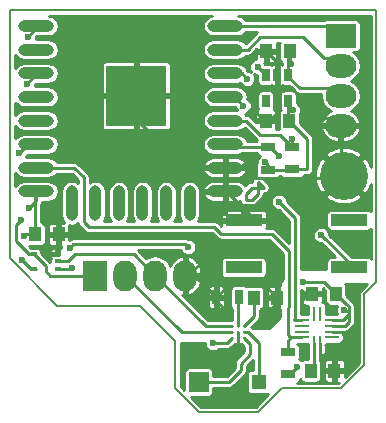
<source format=gtl>
G04 #@! TF.FileFunction,Copper,L1,Top,Signal*
%FSLAX46Y46*%
G04 Gerber Fmt 4.6, Leading zero omitted, Abs format (unit mm)*
G04 Created by KiCad (PCBNEW 4.0.7-e2-6376~58~ubuntu16.04.1) date Wed Apr 11 03:41:41 2018*
%MOMM*%
%LPD*%
G01*
G04 APERTURE LIST*
%ADD10C,0.100000*%
%ADD11C,0.150000*%
%ADD12R,2.600000X2.000000*%
%ADD13O,2.600000X2.000000*%
%ADD14R,1.000000X1.250000*%
%ADD15R,1.300000X1.300000*%
%ADD16R,1.700000X1.700000*%
%ADD17O,3.000000X1.000000*%
%ADD18O,1.000000X3.000000*%
%ADD19R,2.000000X2.600000*%
%ADD20O,2.000000X2.600000*%
%ADD21R,1.300000X0.700000*%
%ADD22R,0.700000X1.300000*%
%ADD23R,3.100000X1.000000*%
%ADD24C,0.304800*%
%ADD25R,0.508000X0.304800*%
%ADD26R,0.650000X1.060000*%
%ADD27R,1.250000X0.250000*%
%ADD28R,0.250000X1.250000*%
%ADD29C,4.064000*%
%ADD30R,5.080000X5.080000*%
%ADD31C,0.600000*%
%ADD32C,0.250000*%
%ADD33C,0.254000*%
G04 APERTURE END LIST*
D10*
D11*
X77000000Y-55000000D02*
X77000000Y-34000000D01*
X81000000Y-59000000D02*
X77000000Y-55000000D01*
X88000000Y-59000000D02*
X81000000Y-59000000D01*
X91000000Y-62000000D02*
X88000000Y-59000000D01*
X91000000Y-66000000D02*
X91000000Y-62000000D01*
X93000000Y-68000000D02*
X91000000Y-66000000D01*
X98000000Y-68000000D02*
X93000000Y-68000000D01*
X100000000Y-66000000D02*
X98000000Y-68000000D01*
X105000000Y-66000000D02*
X100000000Y-66000000D01*
X107000000Y-64000000D02*
X105000000Y-66000000D01*
X107000000Y-58000000D02*
X107000000Y-64000000D01*
X108000000Y-57000000D02*
X107000000Y-58000000D01*
X108000000Y-52000000D02*
X108000000Y-57000000D01*
X108000000Y-34000000D02*
X108000000Y-52000000D01*
X77000000Y-34000000D02*
X108000000Y-34000000D01*
D12*
X105000000Y-36150000D03*
D13*
X105000000Y-38690000D03*
X105000000Y-41230000D03*
X105000000Y-43770000D03*
D14*
X79120000Y-52960000D03*
X81120000Y-52960000D03*
X100650000Y-43340000D03*
X98650000Y-43340000D03*
X100690000Y-37470000D03*
X98690000Y-37470000D03*
X99630000Y-58320000D03*
X97630000Y-58320000D03*
D15*
X98060000Y-65460000D03*
D16*
X92980000Y-65460000D03*
D17*
X79210000Y-35320000D03*
X79210000Y-37320000D03*
X79210000Y-39320000D03*
X79210000Y-41320000D03*
X79210000Y-43320000D03*
X79210000Y-45320000D03*
X79210000Y-47320000D03*
X79210000Y-49320000D03*
D18*
X82210000Y-50320000D03*
X84210000Y-50320000D03*
X86210000Y-50320000D03*
X88210000Y-50320000D03*
X90210000Y-50320000D03*
X92210000Y-50320000D03*
D17*
X95210000Y-49320000D03*
X95210000Y-47320000D03*
X95210000Y-45320000D03*
X95210000Y-43320000D03*
X95210000Y-41320000D03*
X95210000Y-39320000D03*
X95210000Y-37320000D03*
X95210000Y-35320000D03*
D19*
X84190000Y-56450000D03*
D20*
X86730000Y-56450000D03*
X89270000Y-56450000D03*
X91810000Y-56450000D03*
D21*
X98830000Y-47470000D03*
X98830000Y-45570000D03*
X100840000Y-47440000D03*
X100840000Y-45540000D03*
D22*
X96370000Y-58280000D03*
X94470000Y-58280000D03*
D23*
X105705000Y-55760000D03*
X105705000Y-51760000D03*
X96795000Y-51760000D03*
X96795000Y-55760000D03*
D24*
X96800000Y-60740000D03*
X96800000Y-61240000D03*
X96800000Y-61740000D03*
X96300000Y-60740000D03*
X96300000Y-61240000D03*
X96300000Y-61740000D03*
X95800000Y-60740000D03*
X95800000Y-61240000D03*
X95800000Y-61740000D03*
D25*
X81036000Y-55885000D03*
X81036000Y-54615000D03*
X79004000Y-55885000D03*
X81036000Y-55250000D03*
X79004000Y-54615000D03*
D26*
X100560000Y-39470000D03*
X99610000Y-39470000D03*
X98660000Y-39470000D03*
X98660000Y-41670000D03*
X100560000Y-41670000D03*
D14*
X102450000Y-64500000D03*
X104450000Y-64500000D03*
D21*
X100540000Y-62920000D03*
X100540000Y-64820000D03*
D27*
X101740000Y-60190000D03*
X101740000Y-60690000D03*
X101740000Y-61190000D03*
X101740000Y-61690000D03*
D28*
X102740000Y-62190000D03*
X103240000Y-62190000D03*
D27*
X104240000Y-61690000D03*
X104240000Y-61190000D03*
X104240000Y-60690000D03*
X104240000Y-60190000D03*
D28*
X103240000Y-59690000D03*
X102740000Y-59690000D03*
D14*
X104570000Y-57980000D03*
X102570000Y-57980000D03*
D29*
X105237280Y-47975520D03*
D30*
X87680000Y-41240000D03*
D31*
X101773550Y-56950000D03*
X101290000Y-64220000D03*
X105260000Y-59360000D03*
X94180000Y-62160000D03*
X100920000Y-42430000D03*
X82030000Y-54090000D03*
X92070000Y-54030000D03*
X98570000Y-46860000D03*
X78510000Y-36210000D03*
X78430000Y-40200000D03*
X78600000Y-50750000D03*
X78150000Y-53110000D03*
X77970000Y-55110000D03*
X102000000Y-63000000D03*
X96000000Y-66000000D03*
X95210000Y-51140000D03*
X93540000Y-53130000D03*
X101773550Y-58320000D03*
X104240000Y-62510000D03*
X99010000Y-59360000D03*
X95500000Y-59600000D03*
X96300000Y-62570000D03*
X97820000Y-42630000D03*
X97080000Y-46740000D03*
X97950000Y-38790000D03*
X100810000Y-38540000D03*
X77780000Y-46050000D03*
X77890000Y-51770000D03*
X103350000Y-53030000D03*
X100860000Y-44910000D03*
X96760000Y-42060000D03*
X97070000Y-39790000D03*
X82280000Y-55790000D03*
X99780000Y-46330000D03*
X99770000Y-50190000D03*
D32*
X96948000Y-50008000D02*
X96948000Y-49500000D01*
X97456000Y-50008000D02*
X96948000Y-50008000D01*
X97964000Y-49500000D02*
X97456000Y-50008000D01*
X97964000Y-48992000D02*
X97964000Y-49500000D01*
X97456000Y-48992000D02*
X97964000Y-48992000D01*
X96948000Y-49500000D02*
X97456000Y-48992000D01*
X97964000Y-48992000D02*
X97964000Y-48484000D01*
X97964000Y-48484000D02*
X98472000Y-48992000D01*
X98472000Y-48992000D02*
X97964000Y-48992000D01*
X102197814Y-56950000D02*
X101773550Y-56950000D01*
X105465000Y-58825000D02*
X103590000Y-56950000D01*
X103590000Y-56950000D02*
X102197814Y-56950000D01*
X100540000Y-64820000D02*
X100690000Y-64820000D01*
X100690000Y-64820000D02*
X101290000Y-64220000D01*
X105260000Y-59360000D02*
X105350000Y-59450000D01*
X105350000Y-59450000D02*
X105660000Y-59450000D01*
X104240000Y-60690000D02*
X105370000Y-60690000D01*
X105660000Y-60400000D02*
X105660000Y-59680000D01*
X105370000Y-60690000D02*
X105660000Y-60400000D01*
X105465000Y-58825000D02*
X105415000Y-58825000D01*
X105415000Y-58825000D02*
X104570000Y-57980000D01*
X104240000Y-60190000D02*
X105150000Y-60190000D01*
X105660000Y-59020000D02*
X105465000Y-58825000D01*
X105660000Y-59680000D02*
X105660000Y-59450000D01*
X105660000Y-59450000D02*
X105660000Y-59020000D01*
X105150000Y-60190000D02*
X105660000Y-59680000D01*
X95800000Y-61740000D02*
X95380000Y-62160000D01*
X95380000Y-62160000D02*
X94180000Y-62160000D01*
X100890000Y-42400000D02*
X100560000Y-42400000D01*
X100920000Y-42430000D02*
X100890000Y-42400000D01*
X98830000Y-47470000D02*
X98830000Y-47120000D01*
X98830000Y-47120000D02*
X98570000Y-46860000D01*
X82310000Y-53810000D02*
X82030000Y-54090000D01*
X91850000Y-53810000D02*
X82310000Y-53810000D01*
X92070000Y-54030000D02*
X91850000Y-53810000D01*
X78510000Y-36210000D02*
X79210000Y-35510000D01*
X79210000Y-35510000D02*
X79210000Y-35320000D01*
X79210000Y-49320000D02*
X79210000Y-50140000D01*
X78430000Y-40200000D02*
X79210000Y-39420000D01*
X79210000Y-50140000D02*
X78600000Y-50750000D01*
X79210000Y-39420000D02*
X79210000Y-39320000D01*
X100560000Y-41670000D02*
X100560000Y-42400000D01*
X100560000Y-42400000D02*
X100560000Y-43280000D01*
X100840000Y-47440000D02*
X102180000Y-47440000D01*
X98830000Y-47470000D02*
X100810000Y-47470000D01*
X100810000Y-47470000D02*
X100840000Y-47440000D01*
X79120000Y-52960000D02*
X79120000Y-49410000D01*
X79120000Y-49410000D02*
X79210000Y-49320000D01*
X79004000Y-55885000D02*
X78745000Y-55885000D01*
X78300000Y-52960000D02*
X79120000Y-52960000D01*
X78150000Y-53110000D02*
X78300000Y-52960000D01*
X78745000Y-55885000D02*
X77970000Y-55110000D01*
X79004000Y-55885000D02*
X79225000Y-55885000D01*
X102180000Y-44900000D02*
X102180000Y-47440000D01*
X100560000Y-43280000D02*
X102180000Y-44900000D01*
X102000000Y-63000000D02*
X102000000Y-62800000D01*
X102000000Y-62800000D02*
X101700000Y-62500000D01*
X97000000Y-67000000D02*
X96000000Y-66000000D01*
X100783900Y-49331880D02*
X100538280Y-49331880D01*
X100538280Y-49331880D02*
X99380040Y-48173640D01*
X100783900Y-49331880D02*
X103880920Y-49331880D01*
X103880920Y-49331880D02*
X105237280Y-47975520D01*
X95210000Y-47320000D02*
X96781420Y-47320000D01*
X97635060Y-48173640D02*
X99380040Y-48173640D01*
X99380040Y-48173640D02*
X105039160Y-48173640D01*
X96781420Y-47320000D02*
X97635060Y-48173640D01*
X105039160Y-48173640D02*
X105237280Y-47975520D01*
X105000000Y-43770000D02*
X105000000Y-47738240D01*
X105000000Y-47738240D02*
X105237280Y-47975520D01*
X95335280Y-49194720D02*
X95210000Y-49320000D01*
X95210000Y-49320000D02*
X95210000Y-51140000D01*
X93460000Y-53050000D02*
X93360000Y-53050000D01*
X93540000Y-53130000D02*
X93460000Y-53050000D01*
X101820000Y-57980000D02*
X101773550Y-58026450D01*
X101773550Y-58026450D02*
X101773550Y-58320000D01*
X102570000Y-57980000D02*
X101820000Y-57980000D01*
X105090000Y-62910000D02*
X104640000Y-62910000D01*
X104640000Y-62910000D02*
X104240000Y-62510000D01*
X104450000Y-64500000D02*
X104450000Y-63230000D01*
X104450000Y-63230000D02*
X104450000Y-63190000D01*
X104450000Y-63190000D02*
X104450000Y-63230000D01*
X104240000Y-61190000D02*
X105390000Y-61190000D01*
X103240000Y-63080000D02*
X103240000Y-62190000D01*
X103390000Y-63230000D02*
X103240000Y-63080000D01*
X104770000Y-63230000D02*
X104450000Y-63230000D01*
X104450000Y-63230000D02*
X103390000Y-63230000D01*
X105660000Y-62340000D02*
X105090000Y-62910000D01*
X105090000Y-62910000D02*
X104770000Y-63230000D01*
X105660000Y-61460000D02*
X105660000Y-62340000D01*
X105390000Y-61190000D02*
X105660000Y-61460000D01*
X94470000Y-58280000D02*
X95510000Y-57240000D01*
X98550000Y-57240000D02*
X99630000Y-58320000D01*
X95510000Y-57240000D02*
X98550000Y-57240000D01*
X94470000Y-58280000D02*
X92640000Y-56450000D01*
X92640000Y-56450000D02*
X91810000Y-56450000D01*
X99010000Y-59360000D02*
X99630000Y-58740000D01*
X99630000Y-58740000D02*
X99630000Y-58320000D01*
X96300000Y-61740000D02*
X96300000Y-61240000D01*
X94470000Y-58280000D02*
X94470000Y-58570000D01*
X94470000Y-58570000D02*
X95500000Y-59600000D01*
X96300000Y-62570000D02*
X96300000Y-61740000D01*
X95210000Y-47320000D02*
X91800000Y-47320000D01*
X86670000Y-40100000D02*
X86700000Y-40070000D01*
X86670000Y-42190000D02*
X86670000Y-40100000D01*
X91800000Y-47320000D02*
X86670000Y-42190000D01*
X91810000Y-56450000D02*
X92060000Y-56450000D01*
X92060000Y-56450000D02*
X93360000Y-55150000D01*
X93360000Y-55150000D02*
X93360000Y-53050000D01*
X93360000Y-53050000D02*
X93360000Y-52960000D01*
X95210000Y-47320000D02*
X96500000Y-47320000D01*
X96500000Y-47320000D02*
X97080000Y-46740000D01*
X97820000Y-42630000D02*
X98530000Y-43340000D01*
X98530000Y-43340000D02*
X98650000Y-43340000D01*
X95210000Y-47320000D02*
X96420000Y-47320000D01*
X99610000Y-39470000D02*
X99610000Y-38390000D01*
X99610000Y-38390000D02*
X98690000Y-37470000D01*
X104990000Y-43090000D02*
X103340000Y-43090000D01*
X100760000Y-40510000D02*
X99590000Y-40510000D01*
X103340000Y-43090000D02*
X100760000Y-40510000D01*
X98650000Y-43340000D02*
X98940000Y-43340000D01*
X98940000Y-43340000D02*
X99590000Y-42690000D01*
X99590000Y-42690000D02*
X99590000Y-40510000D01*
X99590000Y-40510000D02*
X99590000Y-39490000D01*
X99590000Y-39490000D02*
X99610000Y-39470000D01*
X95210000Y-49320000D02*
X95210000Y-47320000D01*
X95210000Y-49320000D02*
X95305000Y-49320000D01*
X95305000Y-49320000D02*
X97745000Y-51760000D01*
X81120000Y-52960000D02*
X93360000Y-52960000D01*
X93360000Y-52960000D02*
X93390000Y-52960000D01*
X81036000Y-54615000D02*
X81036000Y-53044000D01*
X81036000Y-53044000D02*
X81120000Y-52960000D01*
X98660000Y-39470000D02*
X98630000Y-39470000D01*
X98630000Y-39470000D02*
X97950000Y-38790000D01*
X100810000Y-38540000D02*
X100690000Y-38420000D01*
X100690000Y-38420000D02*
X100690000Y-37470000D01*
X100560000Y-39470000D02*
X100560000Y-37600000D01*
X100560000Y-37600000D02*
X100690000Y-37470000D01*
X100560000Y-39470000D02*
X100560000Y-39600000D01*
X100560000Y-39600000D02*
X101510000Y-40550000D01*
X101510000Y-40550000D02*
X104990000Y-40550000D01*
X97630000Y-58320000D02*
X97630000Y-59910000D01*
X97630000Y-59910000D02*
X96800000Y-60740000D01*
X96800000Y-61240000D02*
X97180000Y-61240000D01*
X98060000Y-62120000D02*
X98060000Y-65460000D01*
X97180000Y-61240000D02*
X98060000Y-62120000D01*
X96520000Y-63900000D02*
X96520000Y-64480000D01*
X96520000Y-63900000D02*
X97340000Y-63080000D01*
X97340000Y-63080000D02*
X97340000Y-62280000D01*
X96800000Y-61740000D02*
X97340000Y-62280000D01*
X95540000Y-65460000D02*
X92980000Y-65460000D01*
X96520000Y-64480000D02*
X95540000Y-65460000D01*
X79004000Y-54615000D02*
X78565000Y-54615000D01*
X77780000Y-46050000D02*
X78510000Y-45320000D01*
X77500000Y-52160000D02*
X77890000Y-51770000D01*
X77500000Y-53550000D02*
X77500000Y-52160000D01*
X78565000Y-54615000D02*
X77500000Y-53550000D01*
X78510000Y-45320000D02*
X79210000Y-45320000D01*
X84190000Y-56450000D02*
X80390000Y-56450000D01*
X80020000Y-55631000D02*
X79004000Y-54615000D01*
X80020000Y-56080000D02*
X80020000Y-55631000D01*
X80390000Y-56450000D02*
X80020000Y-56080000D01*
X106655000Y-55760000D02*
X106080000Y-55760000D01*
X106080000Y-55760000D02*
X103350000Y-53030000D01*
X100860000Y-44910000D02*
X100840000Y-44930000D01*
X100840000Y-44930000D02*
X100840000Y-45540000D01*
X95210000Y-43320000D02*
X96970000Y-43320000D01*
X99840000Y-44540000D02*
X100840000Y-45540000D01*
X98190000Y-44540000D02*
X99840000Y-44540000D01*
X96970000Y-43320000D02*
X98190000Y-44540000D01*
X95800000Y-60740000D02*
X93560000Y-60740000D01*
X93560000Y-60740000D02*
X89270000Y-56450000D01*
X95210000Y-41320000D02*
X96020000Y-41320000D01*
X96020000Y-41320000D02*
X96760000Y-42060000D01*
X81036000Y-55250000D02*
X81910000Y-55250000D01*
X87470000Y-54650000D02*
X89270000Y-56450000D01*
X82510000Y-54650000D02*
X87470000Y-54650000D01*
X81910000Y-55250000D02*
X82510000Y-54650000D01*
X86730000Y-56450000D02*
X91520000Y-61240000D01*
X91520000Y-61240000D02*
X95800000Y-61240000D01*
X97070000Y-39790000D02*
X96600000Y-39320000D01*
X96600000Y-39320000D02*
X95210000Y-39320000D01*
X81036000Y-55885000D02*
X82185000Y-55885000D01*
X82185000Y-55885000D02*
X82280000Y-55790000D01*
X86730000Y-56450000D02*
X86730000Y-55440000D01*
X104990000Y-38010000D02*
X103560000Y-38010000D01*
X97120000Y-37320000D02*
X95210000Y-37320000D01*
X98180000Y-36260000D02*
X97120000Y-37320000D01*
X101810000Y-36260000D02*
X98180000Y-36260000D01*
X103560000Y-38010000D02*
X101810000Y-36260000D01*
X95210000Y-35320000D02*
X104840000Y-35320000D01*
X104840000Y-35320000D02*
X104990000Y-35470000D01*
X96300000Y-60740000D02*
X96300000Y-58350000D01*
X96300000Y-58350000D02*
X96370000Y-58280000D01*
X102740000Y-62190000D02*
X102740000Y-64210000D01*
X102740000Y-64210000D02*
X102450000Y-64500000D01*
X95260000Y-52910000D02*
X94850000Y-52910000D01*
X100520000Y-61470000D02*
X100520000Y-59200000D01*
X100520000Y-59200000D02*
X100630000Y-59090000D01*
X100630000Y-59090000D02*
X100630000Y-54380000D01*
X100630000Y-54380000D02*
X99160000Y-52910000D01*
X99160000Y-52910000D02*
X95260000Y-52910000D01*
X100740000Y-61690000D02*
X100520000Y-61470000D01*
X82420000Y-47320000D02*
X79210000Y-47320000D01*
X83220000Y-48120000D02*
X82420000Y-47320000D01*
X83220000Y-51880000D02*
X83220000Y-48120000D01*
X83700000Y-52360000D02*
X83220000Y-51880000D01*
X94300000Y-52360000D02*
X83700000Y-52360000D01*
X94850000Y-52910000D02*
X94300000Y-52360000D01*
X100540000Y-62920000D02*
X100540000Y-61950000D01*
X100800000Y-61690000D02*
X100740000Y-61690000D01*
X100740000Y-61690000D02*
X101740000Y-61690000D01*
X100540000Y-61950000D02*
X100800000Y-61690000D01*
X101155500Y-51575500D02*
X99770000Y-50190000D01*
X101030000Y-60190000D02*
X101155500Y-60064500D01*
X101155500Y-60064500D02*
X101155500Y-51575500D01*
X101740000Y-60190000D02*
X101030000Y-60190000D01*
X99780000Y-46330000D02*
X99020000Y-45570000D01*
X99020000Y-45570000D02*
X98830000Y-45570000D01*
X98830000Y-45570000D02*
X95460000Y-45570000D01*
X95460000Y-45570000D02*
X95210000Y-45320000D01*
D33*
G36*
X97554000Y-64421536D02*
X97410000Y-64421536D01*
X97268810Y-64448103D01*
X97139135Y-64531546D01*
X97052141Y-64658866D01*
X97021536Y-64810000D01*
X97021536Y-66110000D01*
X97048103Y-66251190D01*
X97131546Y-66380865D01*
X97258866Y-66467859D01*
X97410000Y-66498464D01*
X98710000Y-66498464D01*
X98851190Y-66471897D01*
X98873000Y-66457863D01*
X98873000Y-66482118D01*
X97811118Y-67544000D01*
X93188882Y-67544000D01*
X92343346Y-66698464D01*
X93830000Y-66698464D01*
X93971190Y-66671897D01*
X94100865Y-66588454D01*
X94187859Y-66461134D01*
X94218464Y-66310000D01*
X94218464Y-65966000D01*
X95540000Y-65966000D01*
X95733638Y-65927483D01*
X95897796Y-65817796D01*
X96877796Y-64837796D01*
X96987483Y-64673638D01*
X97026000Y-64480000D01*
X97026000Y-64109592D01*
X97554000Y-63581592D01*
X97554000Y-64421536D01*
X97554000Y-64421536D01*
G37*
X97554000Y-64421536D02*
X97410000Y-64421536D01*
X97268810Y-64448103D01*
X97139135Y-64531546D01*
X97052141Y-64658866D01*
X97021536Y-64810000D01*
X97021536Y-66110000D01*
X97048103Y-66251190D01*
X97131546Y-66380865D01*
X97258866Y-66467859D01*
X97410000Y-66498464D01*
X98710000Y-66498464D01*
X98851190Y-66471897D01*
X98873000Y-66457863D01*
X98873000Y-66482118D01*
X97811118Y-67544000D01*
X93188882Y-67544000D01*
X92343346Y-66698464D01*
X93830000Y-66698464D01*
X93971190Y-66671897D01*
X94100865Y-66588454D01*
X94187859Y-66461134D01*
X94218464Y-66310000D01*
X94218464Y-65966000D01*
X95540000Y-65966000D01*
X95733638Y-65927483D01*
X95897796Y-65817796D01*
X96877796Y-64837796D01*
X96987483Y-64673638D01*
X97026000Y-64480000D01*
X97026000Y-64109592D01*
X97554000Y-63581592D01*
X97554000Y-64421536D01*
G36*
X93498882Y-62294865D02*
X93602339Y-62545252D01*
X93793741Y-62736987D01*
X94043946Y-62840882D01*
X94314865Y-62841118D01*
X94565252Y-62737661D01*
X94637038Y-62666000D01*
X95380000Y-62666000D01*
X95573638Y-62627483D01*
X95737796Y-62517796D01*
X96035942Y-62219650D01*
X96044980Y-62215915D01*
X96045133Y-62220432D01*
X96248387Y-62281395D01*
X96459499Y-62259935D01*
X96554867Y-62220432D01*
X96555022Y-62215833D01*
X96563947Y-62219539D01*
X96834000Y-62489592D01*
X96834000Y-62870408D01*
X96162204Y-63542204D01*
X96052517Y-63706362D01*
X96014000Y-63900000D01*
X96014000Y-64270408D01*
X95330408Y-64954000D01*
X94218464Y-64954000D01*
X94218464Y-64610000D01*
X94191897Y-64468810D01*
X94108454Y-64339135D01*
X93981134Y-64252141D01*
X93830000Y-64221536D01*
X92130000Y-64221536D01*
X91988810Y-64248103D01*
X91859135Y-64331546D01*
X91772141Y-64458866D01*
X91741536Y-64610000D01*
X91741536Y-66096654D01*
X91456000Y-65811118D01*
X91456000Y-62127000D01*
X93499028Y-62127000D01*
X93498882Y-62294865D01*
X93498882Y-62294865D01*
G37*
X93498882Y-62294865D02*
X93602339Y-62545252D01*
X93793741Y-62736987D01*
X94043946Y-62840882D01*
X94314865Y-62841118D01*
X94565252Y-62737661D01*
X94637038Y-62666000D01*
X95380000Y-62666000D01*
X95573638Y-62627483D01*
X95737796Y-62517796D01*
X96035942Y-62219650D01*
X96044980Y-62215915D01*
X96045133Y-62220432D01*
X96248387Y-62281395D01*
X96459499Y-62259935D01*
X96554867Y-62220432D01*
X96555022Y-62215833D01*
X96563947Y-62219539D01*
X96834000Y-62489592D01*
X96834000Y-62870408D01*
X96162204Y-63542204D01*
X96052517Y-63706362D01*
X96014000Y-63900000D01*
X96014000Y-64270408D01*
X95330408Y-64954000D01*
X94218464Y-64954000D01*
X94218464Y-64610000D01*
X94191897Y-64468810D01*
X94108454Y-64339135D01*
X93981134Y-64252141D01*
X93830000Y-64221536D01*
X92130000Y-64221536D01*
X91988810Y-64248103D01*
X91859135Y-64331546D01*
X91772141Y-64458866D01*
X91741536Y-64610000D01*
X91741536Y-66096654D01*
X91456000Y-65811118D01*
X91456000Y-62127000D01*
X93499028Y-62127000D01*
X93498882Y-62294865D01*
G36*
X106677559Y-57677559D02*
X106578711Y-57825496D01*
X106544000Y-58000000D01*
X106544000Y-63811118D01*
X105331000Y-65024118D01*
X105331000Y-64722250D01*
X105235750Y-64627000D01*
X104577000Y-64627000D01*
X104577000Y-65410750D01*
X104672250Y-65506000D01*
X104849118Y-65506000D01*
X104811118Y-65544000D01*
X101266869Y-65544000D01*
X101331190Y-65531897D01*
X101460865Y-65448454D01*
X101547859Y-65321134D01*
X101574078Y-65191657D01*
X101588103Y-65266190D01*
X101671546Y-65395865D01*
X101798866Y-65482859D01*
X101950000Y-65513464D01*
X102950000Y-65513464D01*
X103091190Y-65486897D01*
X103220865Y-65403454D01*
X103307859Y-65276134D01*
X103338464Y-65125000D01*
X103338464Y-64722250D01*
X103569000Y-64722250D01*
X103569000Y-65200785D01*
X103627004Y-65340819D01*
X103734180Y-65447996D01*
X103874214Y-65506000D01*
X104227750Y-65506000D01*
X104323000Y-65410750D01*
X104323000Y-64627000D01*
X103664250Y-64627000D01*
X103569000Y-64722250D01*
X103338464Y-64722250D01*
X103338464Y-63875000D01*
X103324204Y-63799215D01*
X103569000Y-63799215D01*
X103569000Y-64277750D01*
X103664250Y-64373000D01*
X104323000Y-64373000D01*
X104323000Y-63589250D01*
X104577000Y-63589250D01*
X104577000Y-64373000D01*
X105235750Y-64373000D01*
X105331000Y-64277750D01*
X105331000Y-63799215D01*
X105272996Y-63659181D01*
X105165820Y-63552004D01*
X105025786Y-63494000D01*
X104672250Y-63494000D01*
X104577000Y-63589250D01*
X104323000Y-63589250D01*
X104227750Y-63494000D01*
X103874214Y-63494000D01*
X103734180Y-63552004D01*
X103627004Y-63659181D01*
X103569000Y-63799215D01*
X103324204Y-63799215D01*
X103311897Y-63733810D01*
X103246000Y-63631402D01*
X103246000Y-63196000D01*
X103367002Y-63196000D01*
X103367002Y-63165252D01*
X103397750Y-63196000D01*
X103440786Y-63196000D01*
X103580820Y-63137996D01*
X103687996Y-63030819D01*
X103746000Y-62890785D01*
X103746000Y-62412250D01*
X103650752Y-62317002D01*
X103746000Y-62317002D01*
X103746000Y-62203464D01*
X104865000Y-62203464D01*
X105006190Y-62176897D01*
X105135865Y-62093454D01*
X105222859Y-61966134D01*
X105253464Y-61815000D01*
X105253464Y-61565000D01*
X105228591Y-61432814D01*
X105246000Y-61390785D01*
X105246000Y-61347750D01*
X105215252Y-61317002D01*
X105246000Y-61317002D01*
X105246000Y-61196000D01*
X105370000Y-61196000D01*
X105563638Y-61157483D01*
X105727796Y-61047796D01*
X106017796Y-60757796D01*
X106127483Y-60593638D01*
X106166000Y-60400000D01*
X106166000Y-59020000D01*
X106127483Y-58826362D01*
X106017796Y-58662204D01*
X105458464Y-58102872D01*
X105458464Y-57355000D01*
X105431897Y-57213810D01*
X105376037Y-57127000D01*
X107228119Y-57127000D01*
X106677559Y-57677559D01*
X106677559Y-57677559D01*
G37*
X106677559Y-57677559D02*
X106578711Y-57825496D01*
X106544000Y-58000000D01*
X106544000Y-63811118D01*
X105331000Y-65024118D01*
X105331000Y-64722250D01*
X105235750Y-64627000D01*
X104577000Y-64627000D01*
X104577000Y-65410750D01*
X104672250Y-65506000D01*
X104849118Y-65506000D01*
X104811118Y-65544000D01*
X101266869Y-65544000D01*
X101331190Y-65531897D01*
X101460865Y-65448454D01*
X101547859Y-65321134D01*
X101574078Y-65191657D01*
X101588103Y-65266190D01*
X101671546Y-65395865D01*
X101798866Y-65482859D01*
X101950000Y-65513464D01*
X102950000Y-65513464D01*
X103091190Y-65486897D01*
X103220865Y-65403454D01*
X103307859Y-65276134D01*
X103338464Y-65125000D01*
X103338464Y-64722250D01*
X103569000Y-64722250D01*
X103569000Y-65200785D01*
X103627004Y-65340819D01*
X103734180Y-65447996D01*
X103874214Y-65506000D01*
X104227750Y-65506000D01*
X104323000Y-65410750D01*
X104323000Y-64627000D01*
X103664250Y-64627000D01*
X103569000Y-64722250D01*
X103338464Y-64722250D01*
X103338464Y-63875000D01*
X103324204Y-63799215D01*
X103569000Y-63799215D01*
X103569000Y-64277750D01*
X103664250Y-64373000D01*
X104323000Y-64373000D01*
X104323000Y-63589250D01*
X104577000Y-63589250D01*
X104577000Y-64373000D01*
X105235750Y-64373000D01*
X105331000Y-64277750D01*
X105331000Y-63799215D01*
X105272996Y-63659181D01*
X105165820Y-63552004D01*
X105025786Y-63494000D01*
X104672250Y-63494000D01*
X104577000Y-63589250D01*
X104323000Y-63589250D01*
X104227750Y-63494000D01*
X103874214Y-63494000D01*
X103734180Y-63552004D01*
X103627004Y-63659181D01*
X103569000Y-63799215D01*
X103324204Y-63799215D01*
X103311897Y-63733810D01*
X103246000Y-63631402D01*
X103246000Y-63196000D01*
X103367002Y-63196000D01*
X103367002Y-63165252D01*
X103397750Y-63196000D01*
X103440786Y-63196000D01*
X103580820Y-63137996D01*
X103687996Y-63030819D01*
X103746000Y-62890785D01*
X103746000Y-62412250D01*
X103650752Y-62317002D01*
X103746000Y-62317002D01*
X103746000Y-62203464D01*
X104865000Y-62203464D01*
X105006190Y-62176897D01*
X105135865Y-62093454D01*
X105222859Y-61966134D01*
X105253464Y-61815000D01*
X105253464Y-61565000D01*
X105228591Y-61432814D01*
X105246000Y-61390785D01*
X105246000Y-61347750D01*
X105215252Y-61317002D01*
X105246000Y-61317002D01*
X105246000Y-61196000D01*
X105370000Y-61196000D01*
X105563638Y-61157483D01*
X105727796Y-61047796D01*
X106017796Y-60757796D01*
X106127483Y-60593638D01*
X106166000Y-60400000D01*
X106166000Y-59020000D01*
X106127483Y-58826362D01*
X106017796Y-58662204D01*
X105458464Y-58102872D01*
X105458464Y-57355000D01*
X105431897Y-57213810D01*
X105376037Y-57127000D01*
X107228119Y-57127000D01*
X106677559Y-57677559D01*
G36*
X102226536Y-62815000D02*
X102234000Y-62854667D01*
X102234000Y-63486536D01*
X101950000Y-63486536D01*
X101808810Y-63513103D01*
X101679135Y-63596546D01*
X101653767Y-63633673D01*
X101456030Y-63551565D01*
X101460865Y-63548454D01*
X101547859Y-63421134D01*
X101578464Y-63270000D01*
X101578464Y-62570000D01*
X101551897Y-62428810D01*
X101468454Y-62299135D01*
X101341134Y-62212141D01*
X101298285Y-62203464D01*
X102226536Y-62203464D01*
X102226536Y-62815000D01*
X102226536Y-62815000D01*
G37*
X102226536Y-62815000D02*
X102234000Y-62854667D01*
X102234000Y-63486536D01*
X101950000Y-63486536D01*
X101808810Y-63513103D01*
X101679135Y-63596546D01*
X101653767Y-63633673D01*
X101456030Y-63551565D01*
X101460865Y-63548454D01*
X101547859Y-63421134D01*
X101578464Y-63270000D01*
X101578464Y-62570000D01*
X101551897Y-62428810D01*
X101468454Y-62299135D01*
X101341134Y-62212141D01*
X101298285Y-62203464D01*
X102226536Y-62203464D01*
X102226536Y-62815000D01*
G36*
X103681536Y-57757128D02*
X103681536Y-58605000D01*
X103708103Y-58746190D01*
X103791546Y-58875865D01*
X103918866Y-58962859D01*
X104070000Y-58993464D01*
X104674823Y-58993464D01*
X104579118Y-59223946D01*
X104578882Y-59494865D01*
X104653946Y-59676536D01*
X103753464Y-59676536D01*
X103753464Y-59065000D01*
X103726897Y-58923810D01*
X103643454Y-58794135D01*
X103516134Y-58707141D01*
X103445968Y-58692932D01*
X103451000Y-58680785D01*
X103451000Y-58202250D01*
X103355750Y-58107000D01*
X102697000Y-58107000D01*
X102697000Y-58127000D01*
X102443000Y-58127000D01*
X102443000Y-58107000D01*
X101784250Y-58107000D01*
X101689000Y-58202250D01*
X101689000Y-58680785D01*
X101747004Y-58820819D01*
X101854180Y-58927996D01*
X101994214Y-58986000D01*
X102242534Y-58986000D01*
X102226536Y-59065000D01*
X102226536Y-59676536D01*
X101661500Y-59676536D01*
X101661500Y-57630903D01*
X101689000Y-57630927D01*
X101689000Y-57757750D01*
X101784250Y-57853000D01*
X102443000Y-57853000D01*
X102443000Y-57833000D01*
X102697000Y-57833000D01*
X102697000Y-57853000D01*
X103355750Y-57853000D01*
X103451000Y-57757750D01*
X103451000Y-57526592D01*
X103681536Y-57757128D01*
X103681536Y-57757128D01*
G37*
X103681536Y-57757128D02*
X103681536Y-58605000D01*
X103708103Y-58746190D01*
X103791546Y-58875865D01*
X103918866Y-58962859D01*
X104070000Y-58993464D01*
X104674823Y-58993464D01*
X104579118Y-59223946D01*
X104578882Y-59494865D01*
X104653946Y-59676536D01*
X103753464Y-59676536D01*
X103753464Y-59065000D01*
X103726897Y-58923810D01*
X103643454Y-58794135D01*
X103516134Y-58707141D01*
X103445968Y-58692932D01*
X103451000Y-58680785D01*
X103451000Y-58202250D01*
X103355750Y-58107000D01*
X102697000Y-58107000D01*
X102697000Y-58127000D01*
X102443000Y-58127000D01*
X102443000Y-58107000D01*
X101784250Y-58107000D01*
X101689000Y-58202250D01*
X101689000Y-58680785D01*
X101747004Y-58820819D01*
X101854180Y-58927996D01*
X101994214Y-58986000D01*
X102242534Y-58986000D01*
X102226536Y-59065000D01*
X102226536Y-59676536D01*
X101661500Y-59676536D01*
X101661500Y-57630903D01*
X101689000Y-57630927D01*
X101689000Y-57757750D01*
X101784250Y-57853000D01*
X102443000Y-57853000D01*
X102443000Y-57833000D01*
X102697000Y-57833000D01*
X102697000Y-57853000D01*
X103355750Y-57853000D01*
X103451000Y-57757750D01*
X103451000Y-57526592D01*
X103681536Y-57757128D01*
G36*
X77550188Y-47942961D02*
X77836005Y-48133938D01*
X78173149Y-48201000D01*
X80246851Y-48201000D01*
X80583995Y-48133938D01*
X80869812Y-47942961D01*
X80947963Y-47826000D01*
X82210408Y-47826000D01*
X82714000Y-48329592D01*
X82714000Y-48580701D01*
X82547144Y-48469211D01*
X82210000Y-48402149D01*
X81872856Y-48469211D01*
X81587039Y-48660188D01*
X81396062Y-48946005D01*
X81329000Y-49283149D01*
X81329000Y-51356851D01*
X81396062Y-51693995D01*
X81569792Y-51954000D01*
X81342250Y-51954000D01*
X81247000Y-52049250D01*
X81247000Y-52833000D01*
X81905750Y-52833000D01*
X82001000Y-52737750D01*
X82001000Y-52259215D01*
X81972590Y-52190627D01*
X82210000Y-52237851D01*
X82547144Y-52170789D01*
X82745481Y-52038264D01*
X82752517Y-52073638D01*
X82862204Y-52237796D01*
X83342204Y-52717796D01*
X83506362Y-52827483D01*
X83700000Y-52866000D01*
X94090408Y-52866000D01*
X94492204Y-53267796D01*
X94656362Y-53377483D01*
X94850000Y-53416000D01*
X98950408Y-53416000D01*
X100124000Y-54589592D01*
X100124000Y-56696394D01*
X99910197Y-56910197D01*
X99882334Y-56952211D01*
X99873000Y-57000000D01*
X99873000Y-57314000D01*
X99852250Y-57314000D01*
X99757000Y-57409250D01*
X99757000Y-58193000D01*
X99777000Y-58193000D01*
X99777000Y-58447000D01*
X99757000Y-58447000D01*
X99757000Y-59230750D01*
X99852250Y-59326000D01*
X99873000Y-59326000D01*
X99873000Y-59947394D01*
X98947394Y-60873000D01*
X97524021Y-60873000D01*
X97439241Y-60816351D01*
X97987796Y-60267796D01*
X98097483Y-60103638D01*
X98136000Y-59910000D01*
X98136000Y-59332335D01*
X98271190Y-59306897D01*
X98400865Y-59223454D01*
X98487859Y-59096134D01*
X98518464Y-58945000D01*
X98518464Y-58542250D01*
X98749000Y-58542250D01*
X98749000Y-59020785D01*
X98807004Y-59160819D01*
X98914180Y-59267996D01*
X99054214Y-59326000D01*
X99407750Y-59326000D01*
X99503000Y-59230750D01*
X99503000Y-58447000D01*
X98844250Y-58447000D01*
X98749000Y-58542250D01*
X98518464Y-58542250D01*
X98518464Y-57695000D01*
X98504204Y-57619215D01*
X98749000Y-57619215D01*
X98749000Y-58097750D01*
X98844250Y-58193000D01*
X99503000Y-58193000D01*
X99503000Y-57409250D01*
X99407750Y-57314000D01*
X99054214Y-57314000D01*
X98914180Y-57372004D01*
X98807004Y-57479181D01*
X98749000Y-57619215D01*
X98504204Y-57619215D01*
X98491897Y-57553810D01*
X98408454Y-57424135D01*
X98281134Y-57337141D01*
X98130000Y-57306536D01*
X97130000Y-57306536D01*
X96988810Y-57333103D01*
X96974156Y-57342533D01*
X96871134Y-57272141D01*
X96720000Y-57241536D01*
X96020000Y-57241536D01*
X95878810Y-57268103D01*
X95749135Y-57351546D01*
X95662141Y-57478866D01*
X95631536Y-57630000D01*
X95631536Y-58930000D01*
X95658103Y-59071190D01*
X95741546Y-59200865D01*
X95794000Y-59236705D01*
X95794000Y-60206595D01*
X95694366Y-60206508D01*
X95627830Y-60234000D01*
X93769592Y-60234000D01*
X92037842Y-58502250D01*
X93739000Y-58502250D01*
X93739000Y-59005785D01*
X93797004Y-59145819D01*
X93904180Y-59252996D01*
X94044214Y-59311000D01*
X94247750Y-59311000D01*
X94343000Y-59215750D01*
X94343000Y-58407000D01*
X94597000Y-58407000D01*
X94597000Y-59215750D01*
X94692250Y-59311000D01*
X94895786Y-59311000D01*
X95035820Y-59252996D01*
X95142996Y-59145819D01*
X95201000Y-59005785D01*
X95201000Y-58502250D01*
X95105750Y-58407000D01*
X94597000Y-58407000D01*
X94343000Y-58407000D01*
X93834250Y-58407000D01*
X93739000Y-58502250D01*
X92037842Y-58502250D01*
X91590548Y-58054956D01*
X91683000Y-58029462D01*
X91683000Y-56577000D01*
X91937000Y-56577000D01*
X91937000Y-58029462D01*
X92150557Y-58088350D01*
X92221153Y-58074479D01*
X92696712Y-57816318D01*
X92908991Y-57554215D01*
X93739000Y-57554215D01*
X93739000Y-58057750D01*
X93834250Y-58153000D01*
X94343000Y-58153000D01*
X94343000Y-57344250D01*
X94597000Y-57344250D01*
X94597000Y-58153000D01*
X95105750Y-58153000D01*
X95201000Y-58057750D01*
X95201000Y-57554215D01*
X95142996Y-57414181D01*
X95035820Y-57307004D01*
X94895786Y-57249000D01*
X94692250Y-57249000D01*
X94597000Y-57344250D01*
X94343000Y-57344250D01*
X94247750Y-57249000D01*
X94044214Y-57249000D01*
X93904180Y-57307004D01*
X93797004Y-57414181D01*
X93739000Y-57554215D01*
X92908991Y-57554215D01*
X93037277Y-57395819D01*
X93191000Y-56877000D01*
X93191000Y-56577000D01*
X91937000Y-56577000D01*
X91683000Y-56577000D01*
X91663000Y-56577000D01*
X91663000Y-56323000D01*
X91683000Y-56323000D01*
X91683000Y-54870538D01*
X91937000Y-54870538D01*
X91937000Y-56323000D01*
X93191000Y-56323000D01*
X93191000Y-56023000D01*
X93037277Y-55504181D01*
X92839514Y-55260000D01*
X94856536Y-55260000D01*
X94856536Y-56260000D01*
X94883103Y-56401190D01*
X94966546Y-56530865D01*
X95093866Y-56617859D01*
X95245000Y-56648464D01*
X98345000Y-56648464D01*
X98486190Y-56621897D01*
X98615865Y-56538454D01*
X98702859Y-56411134D01*
X98733464Y-56260000D01*
X98733464Y-55260000D01*
X98706897Y-55118810D01*
X98623454Y-54989135D01*
X98496134Y-54902141D01*
X98345000Y-54871536D01*
X95245000Y-54871536D01*
X95103810Y-54898103D01*
X94974135Y-54981546D01*
X94887141Y-55108866D01*
X94856536Y-55260000D01*
X92839514Y-55260000D01*
X92696712Y-55083682D01*
X92221153Y-54825521D01*
X92150557Y-54811650D01*
X91937000Y-54870538D01*
X91683000Y-54870538D01*
X91469443Y-54811650D01*
X91398847Y-54825521D01*
X90923288Y-55083682D01*
X90582723Y-55504181D01*
X90550633Y-55612486D01*
X90545878Y-55588581D01*
X90246514Y-55140553D01*
X89798486Y-54841189D01*
X89270000Y-54736067D01*
X88741514Y-54841189D01*
X88522873Y-54987281D01*
X87851592Y-54316000D01*
X91451329Y-54316000D01*
X91492339Y-54415252D01*
X91683741Y-54606987D01*
X91933946Y-54710882D01*
X92204865Y-54711118D01*
X92455252Y-54607661D01*
X92646987Y-54416259D01*
X92750882Y-54166054D01*
X92751118Y-53895135D01*
X92647661Y-53644748D01*
X92456259Y-53453013D01*
X92206054Y-53349118D01*
X92053318Y-53348985D01*
X92043638Y-53342517D01*
X91850000Y-53304000D01*
X82310000Y-53304000D01*
X82116362Y-53342517D01*
X82016881Y-53408988D01*
X82001000Y-53408974D01*
X82001000Y-53182250D01*
X81905750Y-53087000D01*
X81247000Y-53087000D01*
X81247000Y-53870750D01*
X81342250Y-53966000D01*
X81349107Y-53966000D01*
X81349007Y-54081600D01*
X81258250Y-54081600D01*
X81163000Y-54176850D01*
X81163000Y-54538800D01*
X81183000Y-54538800D01*
X81183000Y-54691200D01*
X81163000Y-54691200D01*
X81163000Y-54709136D01*
X80909000Y-54709136D01*
X80909000Y-54691200D01*
X80496250Y-54691200D01*
X80401000Y-54786450D01*
X80401000Y-54843185D01*
X80436368Y-54928571D01*
X80424141Y-54946466D01*
X80393536Y-55097600D01*
X80393536Y-55296761D01*
X80377796Y-55273204D01*
X79646464Y-54541872D01*
X79646464Y-54462600D01*
X79632204Y-54386815D01*
X80401000Y-54386815D01*
X80401000Y-54443550D01*
X80496250Y-54538800D01*
X80909000Y-54538800D01*
X80909000Y-54176850D01*
X80813750Y-54081600D01*
X80706214Y-54081600D01*
X80566180Y-54139604D01*
X80459004Y-54246781D01*
X80401000Y-54386815D01*
X79632204Y-54386815D01*
X79619897Y-54321410D01*
X79536454Y-54191735D01*
X79409134Y-54104741D01*
X79258000Y-54074136D01*
X78750000Y-54074136D01*
X78741355Y-54075763D01*
X78639056Y-53973464D01*
X79620000Y-53973464D01*
X79761190Y-53946897D01*
X79890865Y-53863454D01*
X79977859Y-53736134D01*
X80008464Y-53585000D01*
X80008464Y-53182250D01*
X80239000Y-53182250D01*
X80239000Y-53660785D01*
X80297004Y-53800819D01*
X80404180Y-53907996D01*
X80544214Y-53966000D01*
X80897750Y-53966000D01*
X80993000Y-53870750D01*
X80993000Y-53087000D01*
X80334250Y-53087000D01*
X80239000Y-53182250D01*
X80008464Y-53182250D01*
X80008464Y-52335000D01*
X79994204Y-52259215D01*
X80239000Y-52259215D01*
X80239000Y-52737750D01*
X80334250Y-52833000D01*
X80993000Y-52833000D01*
X80993000Y-52049250D01*
X80897750Y-51954000D01*
X80544214Y-51954000D01*
X80404180Y-52012004D01*
X80297004Y-52119181D01*
X80239000Y-52259215D01*
X79994204Y-52259215D01*
X79981897Y-52193810D01*
X79898454Y-52064135D01*
X79771134Y-51977141D01*
X79626000Y-51947751D01*
X79626000Y-50410688D01*
X79677483Y-50333638D01*
X79703866Y-50201000D01*
X80246851Y-50201000D01*
X80583995Y-50133938D01*
X80869812Y-49942961D01*
X81060789Y-49657144D01*
X81127851Y-49320000D01*
X81060789Y-48982856D01*
X80869812Y-48697039D01*
X80583995Y-48506062D01*
X80246851Y-48439000D01*
X78173149Y-48439000D01*
X77836005Y-48506062D01*
X77550188Y-48697039D01*
X77456000Y-48838001D01*
X77456000Y-47801999D01*
X77550188Y-47942961D01*
X77550188Y-47942961D01*
G37*
X77550188Y-47942961D02*
X77836005Y-48133938D01*
X78173149Y-48201000D01*
X80246851Y-48201000D01*
X80583995Y-48133938D01*
X80869812Y-47942961D01*
X80947963Y-47826000D01*
X82210408Y-47826000D01*
X82714000Y-48329592D01*
X82714000Y-48580701D01*
X82547144Y-48469211D01*
X82210000Y-48402149D01*
X81872856Y-48469211D01*
X81587039Y-48660188D01*
X81396062Y-48946005D01*
X81329000Y-49283149D01*
X81329000Y-51356851D01*
X81396062Y-51693995D01*
X81569792Y-51954000D01*
X81342250Y-51954000D01*
X81247000Y-52049250D01*
X81247000Y-52833000D01*
X81905750Y-52833000D01*
X82001000Y-52737750D01*
X82001000Y-52259215D01*
X81972590Y-52190627D01*
X82210000Y-52237851D01*
X82547144Y-52170789D01*
X82745481Y-52038264D01*
X82752517Y-52073638D01*
X82862204Y-52237796D01*
X83342204Y-52717796D01*
X83506362Y-52827483D01*
X83700000Y-52866000D01*
X94090408Y-52866000D01*
X94492204Y-53267796D01*
X94656362Y-53377483D01*
X94850000Y-53416000D01*
X98950408Y-53416000D01*
X100124000Y-54589592D01*
X100124000Y-56696394D01*
X99910197Y-56910197D01*
X99882334Y-56952211D01*
X99873000Y-57000000D01*
X99873000Y-57314000D01*
X99852250Y-57314000D01*
X99757000Y-57409250D01*
X99757000Y-58193000D01*
X99777000Y-58193000D01*
X99777000Y-58447000D01*
X99757000Y-58447000D01*
X99757000Y-59230750D01*
X99852250Y-59326000D01*
X99873000Y-59326000D01*
X99873000Y-59947394D01*
X98947394Y-60873000D01*
X97524021Y-60873000D01*
X97439241Y-60816351D01*
X97987796Y-60267796D01*
X98097483Y-60103638D01*
X98136000Y-59910000D01*
X98136000Y-59332335D01*
X98271190Y-59306897D01*
X98400865Y-59223454D01*
X98487859Y-59096134D01*
X98518464Y-58945000D01*
X98518464Y-58542250D01*
X98749000Y-58542250D01*
X98749000Y-59020785D01*
X98807004Y-59160819D01*
X98914180Y-59267996D01*
X99054214Y-59326000D01*
X99407750Y-59326000D01*
X99503000Y-59230750D01*
X99503000Y-58447000D01*
X98844250Y-58447000D01*
X98749000Y-58542250D01*
X98518464Y-58542250D01*
X98518464Y-57695000D01*
X98504204Y-57619215D01*
X98749000Y-57619215D01*
X98749000Y-58097750D01*
X98844250Y-58193000D01*
X99503000Y-58193000D01*
X99503000Y-57409250D01*
X99407750Y-57314000D01*
X99054214Y-57314000D01*
X98914180Y-57372004D01*
X98807004Y-57479181D01*
X98749000Y-57619215D01*
X98504204Y-57619215D01*
X98491897Y-57553810D01*
X98408454Y-57424135D01*
X98281134Y-57337141D01*
X98130000Y-57306536D01*
X97130000Y-57306536D01*
X96988810Y-57333103D01*
X96974156Y-57342533D01*
X96871134Y-57272141D01*
X96720000Y-57241536D01*
X96020000Y-57241536D01*
X95878810Y-57268103D01*
X95749135Y-57351546D01*
X95662141Y-57478866D01*
X95631536Y-57630000D01*
X95631536Y-58930000D01*
X95658103Y-59071190D01*
X95741546Y-59200865D01*
X95794000Y-59236705D01*
X95794000Y-60206595D01*
X95694366Y-60206508D01*
X95627830Y-60234000D01*
X93769592Y-60234000D01*
X92037842Y-58502250D01*
X93739000Y-58502250D01*
X93739000Y-59005785D01*
X93797004Y-59145819D01*
X93904180Y-59252996D01*
X94044214Y-59311000D01*
X94247750Y-59311000D01*
X94343000Y-59215750D01*
X94343000Y-58407000D01*
X94597000Y-58407000D01*
X94597000Y-59215750D01*
X94692250Y-59311000D01*
X94895786Y-59311000D01*
X95035820Y-59252996D01*
X95142996Y-59145819D01*
X95201000Y-59005785D01*
X95201000Y-58502250D01*
X95105750Y-58407000D01*
X94597000Y-58407000D01*
X94343000Y-58407000D01*
X93834250Y-58407000D01*
X93739000Y-58502250D01*
X92037842Y-58502250D01*
X91590548Y-58054956D01*
X91683000Y-58029462D01*
X91683000Y-56577000D01*
X91937000Y-56577000D01*
X91937000Y-58029462D01*
X92150557Y-58088350D01*
X92221153Y-58074479D01*
X92696712Y-57816318D01*
X92908991Y-57554215D01*
X93739000Y-57554215D01*
X93739000Y-58057750D01*
X93834250Y-58153000D01*
X94343000Y-58153000D01*
X94343000Y-57344250D01*
X94597000Y-57344250D01*
X94597000Y-58153000D01*
X95105750Y-58153000D01*
X95201000Y-58057750D01*
X95201000Y-57554215D01*
X95142996Y-57414181D01*
X95035820Y-57307004D01*
X94895786Y-57249000D01*
X94692250Y-57249000D01*
X94597000Y-57344250D01*
X94343000Y-57344250D01*
X94247750Y-57249000D01*
X94044214Y-57249000D01*
X93904180Y-57307004D01*
X93797004Y-57414181D01*
X93739000Y-57554215D01*
X92908991Y-57554215D01*
X93037277Y-57395819D01*
X93191000Y-56877000D01*
X93191000Y-56577000D01*
X91937000Y-56577000D01*
X91683000Y-56577000D01*
X91663000Y-56577000D01*
X91663000Y-56323000D01*
X91683000Y-56323000D01*
X91683000Y-54870538D01*
X91937000Y-54870538D01*
X91937000Y-56323000D01*
X93191000Y-56323000D01*
X93191000Y-56023000D01*
X93037277Y-55504181D01*
X92839514Y-55260000D01*
X94856536Y-55260000D01*
X94856536Y-56260000D01*
X94883103Y-56401190D01*
X94966546Y-56530865D01*
X95093866Y-56617859D01*
X95245000Y-56648464D01*
X98345000Y-56648464D01*
X98486190Y-56621897D01*
X98615865Y-56538454D01*
X98702859Y-56411134D01*
X98733464Y-56260000D01*
X98733464Y-55260000D01*
X98706897Y-55118810D01*
X98623454Y-54989135D01*
X98496134Y-54902141D01*
X98345000Y-54871536D01*
X95245000Y-54871536D01*
X95103810Y-54898103D01*
X94974135Y-54981546D01*
X94887141Y-55108866D01*
X94856536Y-55260000D01*
X92839514Y-55260000D01*
X92696712Y-55083682D01*
X92221153Y-54825521D01*
X92150557Y-54811650D01*
X91937000Y-54870538D01*
X91683000Y-54870538D01*
X91469443Y-54811650D01*
X91398847Y-54825521D01*
X90923288Y-55083682D01*
X90582723Y-55504181D01*
X90550633Y-55612486D01*
X90545878Y-55588581D01*
X90246514Y-55140553D01*
X89798486Y-54841189D01*
X89270000Y-54736067D01*
X88741514Y-54841189D01*
X88522873Y-54987281D01*
X87851592Y-54316000D01*
X91451329Y-54316000D01*
X91492339Y-54415252D01*
X91683741Y-54606987D01*
X91933946Y-54710882D01*
X92204865Y-54711118D01*
X92455252Y-54607661D01*
X92646987Y-54416259D01*
X92750882Y-54166054D01*
X92751118Y-53895135D01*
X92647661Y-53644748D01*
X92456259Y-53453013D01*
X92206054Y-53349118D01*
X92053318Y-53348985D01*
X92043638Y-53342517D01*
X91850000Y-53304000D01*
X82310000Y-53304000D01*
X82116362Y-53342517D01*
X82016881Y-53408988D01*
X82001000Y-53408974D01*
X82001000Y-53182250D01*
X81905750Y-53087000D01*
X81247000Y-53087000D01*
X81247000Y-53870750D01*
X81342250Y-53966000D01*
X81349107Y-53966000D01*
X81349007Y-54081600D01*
X81258250Y-54081600D01*
X81163000Y-54176850D01*
X81163000Y-54538800D01*
X81183000Y-54538800D01*
X81183000Y-54691200D01*
X81163000Y-54691200D01*
X81163000Y-54709136D01*
X80909000Y-54709136D01*
X80909000Y-54691200D01*
X80496250Y-54691200D01*
X80401000Y-54786450D01*
X80401000Y-54843185D01*
X80436368Y-54928571D01*
X80424141Y-54946466D01*
X80393536Y-55097600D01*
X80393536Y-55296761D01*
X80377796Y-55273204D01*
X79646464Y-54541872D01*
X79646464Y-54462600D01*
X79632204Y-54386815D01*
X80401000Y-54386815D01*
X80401000Y-54443550D01*
X80496250Y-54538800D01*
X80909000Y-54538800D01*
X80909000Y-54176850D01*
X80813750Y-54081600D01*
X80706214Y-54081600D01*
X80566180Y-54139604D01*
X80459004Y-54246781D01*
X80401000Y-54386815D01*
X79632204Y-54386815D01*
X79619897Y-54321410D01*
X79536454Y-54191735D01*
X79409134Y-54104741D01*
X79258000Y-54074136D01*
X78750000Y-54074136D01*
X78741355Y-54075763D01*
X78639056Y-53973464D01*
X79620000Y-53973464D01*
X79761190Y-53946897D01*
X79890865Y-53863454D01*
X79977859Y-53736134D01*
X80008464Y-53585000D01*
X80008464Y-53182250D01*
X80239000Y-53182250D01*
X80239000Y-53660785D01*
X80297004Y-53800819D01*
X80404180Y-53907996D01*
X80544214Y-53966000D01*
X80897750Y-53966000D01*
X80993000Y-53870750D01*
X80993000Y-53087000D01*
X80334250Y-53087000D01*
X80239000Y-53182250D01*
X80008464Y-53182250D01*
X80008464Y-52335000D01*
X79994204Y-52259215D01*
X80239000Y-52259215D01*
X80239000Y-52737750D01*
X80334250Y-52833000D01*
X80993000Y-52833000D01*
X80993000Y-52049250D01*
X80897750Y-51954000D01*
X80544214Y-51954000D01*
X80404180Y-52012004D01*
X80297004Y-52119181D01*
X80239000Y-52259215D01*
X79994204Y-52259215D01*
X79981897Y-52193810D01*
X79898454Y-52064135D01*
X79771134Y-51977141D01*
X79626000Y-51947751D01*
X79626000Y-50410688D01*
X79677483Y-50333638D01*
X79703866Y-50201000D01*
X80246851Y-50201000D01*
X80583995Y-50133938D01*
X80869812Y-49942961D01*
X81060789Y-49657144D01*
X81127851Y-49320000D01*
X81060789Y-48982856D01*
X80869812Y-48697039D01*
X80583995Y-48506062D01*
X80246851Y-48439000D01*
X78173149Y-48439000D01*
X77836005Y-48506062D01*
X77550188Y-48697039D01*
X77456000Y-48838001D01*
X77456000Y-47801999D01*
X77550188Y-47942961D01*
G36*
X93836005Y-34506062D02*
X93550188Y-34697039D01*
X93359211Y-34982856D01*
X93292149Y-35320000D01*
X93359211Y-35657144D01*
X93550188Y-35942961D01*
X93836005Y-36133938D01*
X94173149Y-36201000D01*
X96246851Y-36201000D01*
X96583995Y-36133938D01*
X96869812Y-35942961D01*
X96947963Y-35826000D01*
X97936251Y-35826000D01*
X97822204Y-35902204D01*
X96932921Y-36791487D01*
X96869812Y-36697039D01*
X96583995Y-36506062D01*
X96246851Y-36439000D01*
X94173149Y-36439000D01*
X93836005Y-36506062D01*
X93550188Y-36697039D01*
X93359211Y-36982856D01*
X93292149Y-37320000D01*
X93359211Y-37657144D01*
X93550188Y-37942961D01*
X93836005Y-38133938D01*
X94173149Y-38201000D01*
X96246851Y-38201000D01*
X96583995Y-38133938D01*
X96869812Y-37942961D01*
X96947963Y-37826000D01*
X97120000Y-37826000D01*
X97313638Y-37787483D01*
X97477796Y-37677796D01*
X97858421Y-37297171D01*
X97904250Y-37343000D01*
X98563000Y-37343000D01*
X98563000Y-37323000D01*
X98817000Y-37323000D01*
X98817000Y-37343000D01*
X99475750Y-37343000D01*
X99571000Y-37247750D01*
X99571000Y-36769215D01*
X99569668Y-36766000D01*
X99817534Y-36766000D01*
X99801536Y-36845000D01*
X99801536Y-38095000D01*
X99828103Y-38236190D01*
X99911546Y-38365865D01*
X100038866Y-38452859D01*
X100054000Y-38455924D01*
X100054000Y-38576900D01*
X100010785Y-38559000D01*
X99832250Y-38559000D01*
X99737000Y-38654250D01*
X99737000Y-39343000D01*
X99757000Y-39343000D01*
X99757000Y-39597000D01*
X99737000Y-39597000D01*
X99737000Y-40285750D01*
X99832250Y-40381000D01*
X100010785Y-40381000D01*
X100077369Y-40353420D01*
X100083866Y-40357859D01*
X100235000Y-40388464D01*
X100632872Y-40388464D01*
X101024115Y-40779707D01*
X100885000Y-40751536D01*
X100235000Y-40751536D01*
X100093810Y-40778103D01*
X99964135Y-40861546D01*
X99877141Y-40988866D01*
X99846536Y-41140000D01*
X99846536Y-42200000D01*
X99873103Y-42341190D01*
X99918262Y-42411369D01*
X99879135Y-42436546D01*
X99792141Y-42563866D01*
X99761536Y-42715000D01*
X99761536Y-43965000D01*
X99774519Y-44034000D01*
X99531000Y-44034000D01*
X99531000Y-43562250D01*
X99435750Y-43467000D01*
X98777000Y-43467000D01*
X98777000Y-43487000D01*
X98523000Y-43487000D01*
X98523000Y-43467000D01*
X97864250Y-43467000D01*
X97848421Y-43482829D01*
X97327796Y-42962204D01*
X97163638Y-42852517D01*
X96970000Y-42814000D01*
X96947963Y-42814000D01*
X96898313Y-42739693D01*
X97141490Y-42639215D01*
X97769000Y-42639215D01*
X97769000Y-43117750D01*
X97864250Y-43213000D01*
X98523000Y-43213000D01*
X98523000Y-43193000D01*
X98777000Y-43193000D01*
X98777000Y-43213000D01*
X99435750Y-43213000D01*
X99531000Y-43117750D01*
X99531000Y-42639215D01*
X99472996Y-42499181D01*
X99365820Y-42392004D01*
X99326159Y-42375576D01*
X99342859Y-42351134D01*
X99373464Y-42200000D01*
X99373464Y-41140000D01*
X99346897Y-40998810D01*
X99263454Y-40869135D01*
X99136134Y-40782141D01*
X98985000Y-40751536D01*
X98335000Y-40751536D01*
X98193810Y-40778103D01*
X98064135Y-40861546D01*
X97977141Y-40988866D01*
X97946536Y-41140000D01*
X97946536Y-42200000D01*
X97973103Y-42341190D01*
X97990728Y-42368581D01*
X97934180Y-42392004D01*
X97827004Y-42499181D01*
X97769000Y-42639215D01*
X97141490Y-42639215D01*
X97145252Y-42637661D01*
X97336987Y-42446259D01*
X97440882Y-42196054D01*
X97441118Y-41925135D01*
X97337661Y-41674748D01*
X97146259Y-41483013D01*
X97099304Y-41463515D01*
X97127851Y-41320000D01*
X97060789Y-40982856D01*
X96869812Y-40697039D01*
X96583995Y-40506062D01*
X96246851Y-40439000D01*
X94173149Y-40439000D01*
X93836005Y-40506062D01*
X93550188Y-40697039D01*
X93359211Y-40982856D01*
X93292149Y-41320000D01*
X93359211Y-41657144D01*
X93550188Y-41942961D01*
X93836005Y-42133938D01*
X94173149Y-42201000D01*
X96081417Y-42201000D01*
X96179756Y-42439000D01*
X94173149Y-42439000D01*
X93836005Y-42506062D01*
X93550188Y-42697039D01*
X93359211Y-42982856D01*
X93292149Y-43320000D01*
X93359211Y-43657144D01*
X93550188Y-43942961D01*
X93836005Y-44133938D01*
X94173149Y-44201000D01*
X96246851Y-44201000D01*
X96583995Y-44133938D01*
X96869812Y-43942961D01*
X96872839Y-43938431D01*
X97832204Y-44897796D01*
X97905545Y-44946801D01*
X97825466Y-45064000D01*
X97076930Y-45064000D01*
X97060789Y-44982856D01*
X96869812Y-44697039D01*
X96583995Y-44506062D01*
X96246851Y-44439000D01*
X94173149Y-44439000D01*
X93836005Y-44506062D01*
X93550188Y-44697039D01*
X93359211Y-44982856D01*
X93292149Y-45320000D01*
X93359211Y-45657144D01*
X93550188Y-45942961D01*
X93836005Y-46133938D01*
X94173149Y-46201000D01*
X96246851Y-46201000D01*
X96583995Y-46133938D01*
X96670705Y-46076000D01*
X97827633Y-46076000D01*
X97901546Y-46190865D01*
X98028866Y-46277859D01*
X98162190Y-46304857D01*
X97993013Y-46473741D01*
X97889118Y-46723946D01*
X97888990Y-46871029D01*
X97822141Y-46968866D01*
X97791536Y-47120000D01*
X97791536Y-47820000D01*
X97818103Y-47961190D01*
X97844248Y-48001820D01*
X97770362Y-48016517D01*
X97606204Y-48126204D01*
X97496517Y-48290362D01*
X97458000Y-48484000D01*
X97458000Y-48486000D01*
X97456000Y-48486000D01*
X97262362Y-48524517D01*
X97098204Y-48634204D01*
X96930089Y-48802319D01*
X96922764Y-48786842D01*
X96664477Y-48554663D01*
X96337000Y-48439000D01*
X95337000Y-48439000D01*
X95337000Y-49193000D01*
X95357000Y-49193000D01*
X95357000Y-49447000D01*
X95337000Y-49447000D01*
X95337000Y-50201000D01*
X96337000Y-50201000D01*
X96470978Y-50153680D01*
X96480517Y-50201638D01*
X96590204Y-50365796D01*
X96754362Y-50475483D01*
X96948000Y-50514000D01*
X97456000Y-50514000D01*
X97649638Y-50475483D01*
X97813796Y-50365796D01*
X98321796Y-49857796D01*
X98431483Y-49693638D01*
X98470000Y-49500000D01*
X98470000Y-49498000D01*
X98472000Y-49498000D01*
X98665638Y-49459483D01*
X98829796Y-49349796D01*
X98939483Y-49185638D01*
X98978000Y-48992000D01*
X98939483Y-48798362D01*
X98829796Y-48634204D01*
X98404056Y-48208464D01*
X99480000Y-48208464D01*
X99621190Y-48181897D01*
X99750865Y-48098454D01*
X99834534Y-47976000D01*
X99856937Y-47976000D01*
X99911546Y-48060865D01*
X100038866Y-48147859D01*
X100190000Y-48178464D01*
X101490000Y-48178464D01*
X101631190Y-48151897D01*
X101760865Y-48068454D01*
X101844534Y-47946000D01*
X102180000Y-47946000D01*
X102373638Y-47907483D01*
X102537796Y-47797796D01*
X102647483Y-47633638D01*
X102669005Y-47525438D01*
X102818527Y-47525438D01*
X102830404Y-48485316D01*
X103174882Y-49316959D01*
X103477566Y-49555629D01*
X105057675Y-47975520D01*
X103477566Y-46395411D01*
X103174882Y-46634081D01*
X102818527Y-47525438D01*
X102669005Y-47525438D01*
X102686000Y-47440000D01*
X102686000Y-46215806D01*
X103657171Y-46215806D01*
X105237280Y-47795915D01*
X106817389Y-46215806D01*
X106578719Y-45913122D01*
X105687362Y-45556767D01*
X104727484Y-45568644D01*
X103895841Y-45913122D01*
X103657171Y-46215806D01*
X102686000Y-46215806D01*
X102686000Y-44900000D01*
X102647483Y-44706362D01*
X102537796Y-44542204D01*
X102106149Y-44110557D01*
X103361650Y-44110557D01*
X103375521Y-44181153D01*
X103633682Y-44656712D01*
X104054181Y-44997277D01*
X104573000Y-45151000D01*
X104873000Y-45151000D01*
X104873000Y-43897000D01*
X105127000Y-43897000D01*
X105127000Y-45151000D01*
X105427000Y-45151000D01*
X105945819Y-44997277D01*
X106366318Y-44656712D01*
X106624479Y-44181153D01*
X106638350Y-44110557D01*
X106579462Y-43897000D01*
X105127000Y-43897000D01*
X104873000Y-43897000D01*
X103420538Y-43897000D01*
X103361650Y-44110557D01*
X102106149Y-44110557D01*
X101538464Y-43542872D01*
X101538464Y-42716372D01*
X101600882Y-42566054D01*
X101601118Y-42295135D01*
X101497661Y-42044748D01*
X101306259Y-41853013D01*
X101273464Y-41839395D01*
X101273464Y-41140000D01*
X101246897Y-40998810D01*
X101215581Y-40950143D01*
X101316362Y-41017483D01*
X101510000Y-41056000D01*
X103320678Y-41056000D01*
X103286067Y-41230000D01*
X103391189Y-41758486D01*
X103690553Y-42206514D01*
X104138581Y-42505878D01*
X104162486Y-42510633D01*
X104054181Y-42542723D01*
X103633682Y-42883288D01*
X103375521Y-43358847D01*
X103361650Y-43429443D01*
X103420538Y-43643000D01*
X104873000Y-43643000D01*
X104873000Y-43623000D01*
X105127000Y-43623000D01*
X105127000Y-43643000D01*
X106579462Y-43643000D01*
X106638350Y-43429443D01*
X106624479Y-43358847D01*
X106366318Y-42883288D01*
X105945819Y-42542723D01*
X105837514Y-42510633D01*
X105861419Y-42505878D01*
X106309447Y-42206514D01*
X106608811Y-41758486D01*
X106713933Y-41230000D01*
X106608811Y-40701514D01*
X106309447Y-40253486D01*
X105870216Y-39960000D01*
X106309447Y-39666514D01*
X106608811Y-39218486D01*
X106713933Y-38690000D01*
X106608811Y-38161514D01*
X106309447Y-37713486D01*
X106047509Y-37538464D01*
X106300000Y-37538464D01*
X106441190Y-37511897D01*
X106570865Y-37428454D01*
X106657859Y-37301134D01*
X106688464Y-37150000D01*
X106688464Y-35150000D01*
X106661897Y-35008810D01*
X106578454Y-34879135D01*
X106451134Y-34792141D01*
X106300000Y-34761536D01*
X103700000Y-34761536D01*
X103558810Y-34788103D01*
X103518565Y-34814000D01*
X96947963Y-34814000D01*
X96869812Y-34697039D01*
X96583995Y-34506062D01*
X96332316Y-34456000D01*
X107544000Y-34456000D01*
X107544000Y-47223926D01*
X107299678Y-46634081D01*
X106996994Y-46395411D01*
X105416885Y-47975520D01*
X106996994Y-49555629D01*
X107299678Y-49316959D01*
X107544000Y-48705832D01*
X107544000Y-51005524D01*
X107533454Y-50989135D01*
X107406134Y-50902141D01*
X107255000Y-50871536D01*
X104155000Y-50871536D01*
X104013810Y-50898103D01*
X103884135Y-50981546D01*
X103797141Y-51108866D01*
X103766536Y-51260000D01*
X103766536Y-52260000D01*
X103793103Y-52401190D01*
X103876546Y-52530865D01*
X104003866Y-52617859D01*
X104155000Y-52648464D01*
X107255000Y-52648464D01*
X107396190Y-52621897D01*
X107525865Y-52538454D01*
X107544000Y-52511913D01*
X107544000Y-55005524D01*
X107533454Y-54989135D01*
X107406134Y-54902141D01*
X107255000Y-54871536D01*
X105907128Y-54871536D01*
X104031031Y-52995439D01*
X104031118Y-52895135D01*
X103927661Y-52644748D01*
X103736259Y-52453013D01*
X103486054Y-52349118D01*
X103215135Y-52348882D01*
X102964748Y-52452339D01*
X102773013Y-52643741D01*
X102669118Y-52893946D01*
X102668882Y-53164865D01*
X102772339Y-53415252D01*
X102963741Y-53606987D01*
X103213946Y-53710882D01*
X103315378Y-53710970D01*
X104475944Y-54871536D01*
X104155000Y-54871536D01*
X104013810Y-54898103D01*
X103884135Y-54981546D01*
X103797141Y-55108866D01*
X103766536Y-55260000D01*
X103766536Y-55873000D01*
X101661500Y-55873000D01*
X101661500Y-51575500D01*
X101622983Y-51381862D01*
X101513296Y-51217704D01*
X100451031Y-50155439D01*
X100451118Y-50055135D01*
X100347661Y-49804748D01*
X100278268Y-49735234D01*
X103657171Y-49735234D01*
X103895841Y-50037918D01*
X104787198Y-50394273D01*
X105747076Y-50382396D01*
X106578719Y-50037918D01*
X106817389Y-49735234D01*
X105237280Y-48155125D01*
X103657171Y-49735234D01*
X100278268Y-49735234D01*
X100156259Y-49613013D01*
X99906054Y-49509118D01*
X99635135Y-49508882D01*
X99384748Y-49612339D01*
X99193013Y-49803741D01*
X99089118Y-50053946D01*
X99088882Y-50324865D01*
X99192339Y-50575252D01*
X99383741Y-50766987D01*
X99633946Y-50870882D01*
X99735378Y-50870970D01*
X100649500Y-51785092D01*
X100649500Y-53683908D01*
X99517796Y-52552204D01*
X99353638Y-52442517D01*
X99160000Y-52404000D01*
X98697744Y-52404000D01*
X98726000Y-52335785D01*
X98726000Y-51982250D01*
X98630750Y-51887000D01*
X96922000Y-51887000D01*
X96922000Y-51907000D01*
X96668000Y-51907000D01*
X96668000Y-51887000D01*
X94959250Y-51887000D01*
X94864000Y-51982250D01*
X94864000Y-52208408D01*
X94657796Y-52002204D01*
X94493638Y-51892517D01*
X94300000Y-51854000D01*
X92917026Y-51854000D01*
X93023938Y-51693995D01*
X93091000Y-51356851D01*
X93091000Y-51184215D01*
X94864000Y-51184215D01*
X94864000Y-51537750D01*
X94959250Y-51633000D01*
X96668000Y-51633000D01*
X96668000Y-50974250D01*
X96922000Y-50974250D01*
X96922000Y-51633000D01*
X98630750Y-51633000D01*
X98726000Y-51537750D01*
X98726000Y-51184215D01*
X98667996Y-51044181D01*
X98560820Y-50937004D01*
X98420786Y-50879000D01*
X97017250Y-50879000D01*
X96922000Y-50974250D01*
X96668000Y-50974250D01*
X96572750Y-50879000D01*
X95169214Y-50879000D01*
X95029180Y-50937004D01*
X94922004Y-51044181D01*
X94864000Y-51184215D01*
X93091000Y-51184215D01*
X93091000Y-49581816D01*
X93368802Y-49581816D01*
X93497236Y-49853158D01*
X93755523Y-50085337D01*
X94083000Y-50201000D01*
X95083000Y-50201000D01*
X95083000Y-49447000D01*
X93434581Y-49447000D01*
X93368802Y-49581816D01*
X93091000Y-49581816D01*
X93091000Y-49283149D01*
X93046252Y-49058184D01*
X93368802Y-49058184D01*
X93434581Y-49193000D01*
X95083000Y-49193000D01*
X95083000Y-48439000D01*
X94083000Y-48439000D01*
X93755523Y-48554663D01*
X93497236Y-48786842D01*
X93368802Y-49058184D01*
X93046252Y-49058184D01*
X93023938Y-48946005D01*
X92832961Y-48660188D01*
X92547144Y-48469211D01*
X92210000Y-48402149D01*
X91872856Y-48469211D01*
X91587039Y-48660188D01*
X91396062Y-48946005D01*
X91329000Y-49283149D01*
X91329000Y-51356851D01*
X91396062Y-51693995D01*
X91502974Y-51854000D01*
X90917026Y-51854000D01*
X91023938Y-51693995D01*
X91091000Y-51356851D01*
X91091000Y-49283149D01*
X91023938Y-48946005D01*
X90832961Y-48660188D01*
X90547144Y-48469211D01*
X90210000Y-48402149D01*
X89872856Y-48469211D01*
X89587039Y-48660188D01*
X89396062Y-48946005D01*
X89329000Y-49283149D01*
X89329000Y-51356851D01*
X89396062Y-51693995D01*
X89502974Y-51854000D01*
X88917026Y-51854000D01*
X89023938Y-51693995D01*
X89091000Y-51356851D01*
X89091000Y-49283149D01*
X89023938Y-48946005D01*
X88832961Y-48660188D01*
X88547144Y-48469211D01*
X88210000Y-48402149D01*
X87872856Y-48469211D01*
X87587039Y-48660188D01*
X87396062Y-48946005D01*
X87329000Y-49283149D01*
X87329000Y-51356851D01*
X87396062Y-51693995D01*
X87502974Y-51854000D01*
X86917026Y-51854000D01*
X87023938Y-51693995D01*
X87091000Y-51356851D01*
X87091000Y-49283149D01*
X87023938Y-48946005D01*
X86832961Y-48660188D01*
X86547144Y-48469211D01*
X86210000Y-48402149D01*
X85872856Y-48469211D01*
X85587039Y-48660188D01*
X85396062Y-48946005D01*
X85329000Y-49283149D01*
X85329000Y-51356851D01*
X85396062Y-51693995D01*
X85502974Y-51854000D01*
X84917026Y-51854000D01*
X85023938Y-51693995D01*
X85091000Y-51356851D01*
X85091000Y-49283149D01*
X85023938Y-48946005D01*
X84832961Y-48660188D01*
X84547144Y-48469211D01*
X84210000Y-48402149D01*
X83872856Y-48469211D01*
X83726000Y-48567337D01*
X83726000Y-48120000D01*
X83687483Y-47926362D01*
X83577796Y-47762204D01*
X83397408Y-47581816D01*
X93368802Y-47581816D01*
X93497236Y-47853158D01*
X93755523Y-48085337D01*
X94083000Y-48201000D01*
X95083000Y-48201000D01*
X95083000Y-47447000D01*
X95337000Y-47447000D01*
X95337000Y-48201000D01*
X96337000Y-48201000D01*
X96664477Y-48085337D01*
X96922764Y-47853158D01*
X97051198Y-47581816D01*
X96985419Y-47447000D01*
X95337000Y-47447000D01*
X95083000Y-47447000D01*
X93434581Y-47447000D01*
X93368802Y-47581816D01*
X83397408Y-47581816D01*
X82873776Y-47058184D01*
X93368802Y-47058184D01*
X93434581Y-47193000D01*
X95083000Y-47193000D01*
X95083000Y-46439000D01*
X95337000Y-46439000D01*
X95337000Y-47193000D01*
X96985419Y-47193000D01*
X97051198Y-47058184D01*
X96922764Y-46786842D01*
X96664477Y-46554663D01*
X96337000Y-46439000D01*
X95337000Y-46439000D01*
X95083000Y-46439000D01*
X94083000Y-46439000D01*
X93755523Y-46554663D01*
X93497236Y-46786842D01*
X93368802Y-47058184D01*
X82873776Y-47058184D01*
X82777796Y-46962204D01*
X82613638Y-46852517D01*
X82420000Y-46814000D01*
X80947963Y-46814000D01*
X80869812Y-46697039D01*
X80583995Y-46506062D01*
X80246851Y-46439000D01*
X78354241Y-46439000D01*
X78356987Y-46436259D01*
X78454676Y-46201000D01*
X80246851Y-46201000D01*
X80583995Y-46133938D01*
X80869812Y-45942961D01*
X81060789Y-45657144D01*
X81127851Y-45320000D01*
X81060789Y-44982856D01*
X80869812Y-44697039D01*
X80583995Y-44506062D01*
X80246851Y-44439000D01*
X78173149Y-44439000D01*
X77836005Y-44506062D01*
X77550188Y-44697039D01*
X77456000Y-44838001D01*
X77456000Y-43801999D01*
X77550188Y-43942961D01*
X77836005Y-44133938D01*
X78173149Y-44201000D01*
X80246851Y-44201000D01*
X80583995Y-44133938D01*
X80869812Y-43942961D01*
X81060789Y-43657144D01*
X81127851Y-43320000D01*
X81060789Y-42982856D01*
X80869812Y-42697039D01*
X80583995Y-42506062D01*
X80246851Y-42439000D01*
X78173149Y-42439000D01*
X77836005Y-42506062D01*
X77550188Y-42697039D01*
X77456000Y-42838001D01*
X77456000Y-41801999D01*
X77550188Y-41942961D01*
X77836005Y-42133938D01*
X78173149Y-42201000D01*
X80246851Y-42201000D01*
X80583995Y-42133938D01*
X80869812Y-41942961D01*
X81060789Y-41657144D01*
X81099555Y-41462250D01*
X84759000Y-41462250D01*
X84759000Y-43855785D01*
X84817004Y-43995819D01*
X84924180Y-44102996D01*
X85064214Y-44161000D01*
X87457750Y-44161000D01*
X87553000Y-44065750D01*
X87553000Y-41367000D01*
X87807000Y-41367000D01*
X87807000Y-44065750D01*
X87902250Y-44161000D01*
X90295786Y-44161000D01*
X90435820Y-44102996D01*
X90542996Y-43995819D01*
X90601000Y-43855785D01*
X90601000Y-41462250D01*
X90505750Y-41367000D01*
X87807000Y-41367000D01*
X87553000Y-41367000D01*
X84854250Y-41367000D01*
X84759000Y-41462250D01*
X81099555Y-41462250D01*
X81127851Y-41320000D01*
X81060789Y-40982856D01*
X80869812Y-40697039D01*
X80583995Y-40506062D01*
X80246851Y-40439000D01*
X79068135Y-40439000D01*
X79110882Y-40336054D01*
X79110970Y-40234622D01*
X79144592Y-40201000D01*
X80246851Y-40201000D01*
X80583995Y-40133938D01*
X80869812Y-39942961D01*
X81060789Y-39657144D01*
X81127851Y-39320000D01*
X81060789Y-38982856D01*
X80869812Y-38697039D01*
X80760824Y-38624215D01*
X84759000Y-38624215D01*
X84759000Y-41017750D01*
X84854250Y-41113000D01*
X87553000Y-41113000D01*
X87553000Y-38414250D01*
X87807000Y-38414250D01*
X87807000Y-41113000D01*
X90505750Y-41113000D01*
X90601000Y-41017750D01*
X90601000Y-39320000D01*
X93292149Y-39320000D01*
X93359211Y-39657144D01*
X93550188Y-39942961D01*
X93836005Y-40133938D01*
X94173149Y-40201000D01*
X96246851Y-40201000D01*
X96483526Y-40153923D01*
X96492339Y-40175252D01*
X96683741Y-40366987D01*
X96933946Y-40470882D01*
X97204865Y-40471118D01*
X97455252Y-40367661D01*
X97646987Y-40176259D01*
X97750882Y-39926054D01*
X97751118Y-39655135D01*
X97647661Y-39404748D01*
X97642692Y-39399771D01*
X97813946Y-39470882D01*
X97915378Y-39470970D01*
X97946536Y-39502128D01*
X97946536Y-40000000D01*
X97973103Y-40141190D01*
X98056546Y-40270865D01*
X98183866Y-40357859D01*
X98335000Y-40388464D01*
X98985000Y-40388464D01*
X99126190Y-40361897D01*
X99140643Y-40352597D01*
X99209215Y-40381000D01*
X99387750Y-40381000D01*
X99483000Y-40285750D01*
X99483000Y-39597000D01*
X99463000Y-39597000D01*
X99463000Y-39343000D01*
X99483000Y-39343000D01*
X99483000Y-38654250D01*
X99387750Y-38559000D01*
X99209215Y-38559000D01*
X99142631Y-38586580D01*
X99136134Y-38582141D01*
X98985000Y-38551536D01*
X98588312Y-38551536D01*
X98530977Y-38412773D01*
X98563000Y-38380750D01*
X98563000Y-37597000D01*
X98817000Y-37597000D01*
X98817000Y-38380750D01*
X98912250Y-38476000D01*
X99265786Y-38476000D01*
X99405820Y-38417996D01*
X99512996Y-38310819D01*
X99571000Y-38170785D01*
X99571000Y-37692250D01*
X99475750Y-37597000D01*
X98817000Y-37597000D01*
X98563000Y-37597000D01*
X97904250Y-37597000D01*
X97809000Y-37692250D01*
X97809000Y-38111417D01*
X97564748Y-38212339D01*
X97373013Y-38403741D01*
X97269118Y-38653946D01*
X97268882Y-38924865D01*
X97372339Y-39175252D01*
X97377308Y-39180229D01*
X97206054Y-39109118D01*
X97104622Y-39109030D01*
X97081234Y-39085642D01*
X97060789Y-38982856D01*
X96869812Y-38697039D01*
X96583995Y-38506062D01*
X96246851Y-38439000D01*
X94173149Y-38439000D01*
X93836005Y-38506062D01*
X93550188Y-38697039D01*
X93359211Y-38982856D01*
X93292149Y-39320000D01*
X90601000Y-39320000D01*
X90601000Y-38624215D01*
X90542996Y-38484181D01*
X90435820Y-38377004D01*
X90295786Y-38319000D01*
X87902250Y-38319000D01*
X87807000Y-38414250D01*
X87553000Y-38414250D01*
X87457750Y-38319000D01*
X85064214Y-38319000D01*
X84924180Y-38377004D01*
X84817004Y-38484181D01*
X84759000Y-38624215D01*
X80760824Y-38624215D01*
X80583995Y-38506062D01*
X80246851Y-38439000D01*
X78173149Y-38439000D01*
X77836005Y-38506062D01*
X77550188Y-38697039D01*
X77456000Y-38838001D01*
X77456000Y-37801999D01*
X77550188Y-37942961D01*
X77836005Y-38133938D01*
X78173149Y-38201000D01*
X80246851Y-38201000D01*
X80583995Y-38133938D01*
X80869812Y-37942961D01*
X81060789Y-37657144D01*
X81127851Y-37320000D01*
X81060789Y-36982856D01*
X80869812Y-36697039D01*
X80583995Y-36506062D01*
X80246851Y-36439000D01*
X79152287Y-36439000D01*
X79190882Y-36346054D01*
X79190970Y-36244622D01*
X79234592Y-36201000D01*
X80246851Y-36201000D01*
X80583995Y-36133938D01*
X80869812Y-35942961D01*
X81060789Y-35657144D01*
X81127851Y-35320000D01*
X81060789Y-34982856D01*
X80869812Y-34697039D01*
X80583995Y-34506062D01*
X80332316Y-34456000D01*
X94087684Y-34456000D01*
X93836005Y-34506062D01*
X93836005Y-34506062D01*
G37*
X93836005Y-34506062D02*
X93550188Y-34697039D01*
X93359211Y-34982856D01*
X93292149Y-35320000D01*
X93359211Y-35657144D01*
X93550188Y-35942961D01*
X93836005Y-36133938D01*
X94173149Y-36201000D01*
X96246851Y-36201000D01*
X96583995Y-36133938D01*
X96869812Y-35942961D01*
X96947963Y-35826000D01*
X97936251Y-35826000D01*
X97822204Y-35902204D01*
X96932921Y-36791487D01*
X96869812Y-36697039D01*
X96583995Y-36506062D01*
X96246851Y-36439000D01*
X94173149Y-36439000D01*
X93836005Y-36506062D01*
X93550188Y-36697039D01*
X93359211Y-36982856D01*
X93292149Y-37320000D01*
X93359211Y-37657144D01*
X93550188Y-37942961D01*
X93836005Y-38133938D01*
X94173149Y-38201000D01*
X96246851Y-38201000D01*
X96583995Y-38133938D01*
X96869812Y-37942961D01*
X96947963Y-37826000D01*
X97120000Y-37826000D01*
X97313638Y-37787483D01*
X97477796Y-37677796D01*
X97858421Y-37297171D01*
X97904250Y-37343000D01*
X98563000Y-37343000D01*
X98563000Y-37323000D01*
X98817000Y-37323000D01*
X98817000Y-37343000D01*
X99475750Y-37343000D01*
X99571000Y-37247750D01*
X99571000Y-36769215D01*
X99569668Y-36766000D01*
X99817534Y-36766000D01*
X99801536Y-36845000D01*
X99801536Y-38095000D01*
X99828103Y-38236190D01*
X99911546Y-38365865D01*
X100038866Y-38452859D01*
X100054000Y-38455924D01*
X100054000Y-38576900D01*
X100010785Y-38559000D01*
X99832250Y-38559000D01*
X99737000Y-38654250D01*
X99737000Y-39343000D01*
X99757000Y-39343000D01*
X99757000Y-39597000D01*
X99737000Y-39597000D01*
X99737000Y-40285750D01*
X99832250Y-40381000D01*
X100010785Y-40381000D01*
X100077369Y-40353420D01*
X100083866Y-40357859D01*
X100235000Y-40388464D01*
X100632872Y-40388464D01*
X101024115Y-40779707D01*
X100885000Y-40751536D01*
X100235000Y-40751536D01*
X100093810Y-40778103D01*
X99964135Y-40861546D01*
X99877141Y-40988866D01*
X99846536Y-41140000D01*
X99846536Y-42200000D01*
X99873103Y-42341190D01*
X99918262Y-42411369D01*
X99879135Y-42436546D01*
X99792141Y-42563866D01*
X99761536Y-42715000D01*
X99761536Y-43965000D01*
X99774519Y-44034000D01*
X99531000Y-44034000D01*
X99531000Y-43562250D01*
X99435750Y-43467000D01*
X98777000Y-43467000D01*
X98777000Y-43487000D01*
X98523000Y-43487000D01*
X98523000Y-43467000D01*
X97864250Y-43467000D01*
X97848421Y-43482829D01*
X97327796Y-42962204D01*
X97163638Y-42852517D01*
X96970000Y-42814000D01*
X96947963Y-42814000D01*
X96898313Y-42739693D01*
X97141490Y-42639215D01*
X97769000Y-42639215D01*
X97769000Y-43117750D01*
X97864250Y-43213000D01*
X98523000Y-43213000D01*
X98523000Y-43193000D01*
X98777000Y-43193000D01*
X98777000Y-43213000D01*
X99435750Y-43213000D01*
X99531000Y-43117750D01*
X99531000Y-42639215D01*
X99472996Y-42499181D01*
X99365820Y-42392004D01*
X99326159Y-42375576D01*
X99342859Y-42351134D01*
X99373464Y-42200000D01*
X99373464Y-41140000D01*
X99346897Y-40998810D01*
X99263454Y-40869135D01*
X99136134Y-40782141D01*
X98985000Y-40751536D01*
X98335000Y-40751536D01*
X98193810Y-40778103D01*
X98064135Y-40861546D01*
X97977141Y-40988866D01*
X97946536Y-41140000D01*
X97946536Y-42200000D01*
X97973103Y-42341190D01*
X97990728Y-42368581D01*
X97934180Y-42392004D01*
X97827004Y-42499181D01*
X97769000Y-42639215D01*
X97141490Y-42639215D01*
X97145252Y-42637661D01*
X97336987Y-42446259D01*
X97440882Y-42196054D01*
X97441118Y-41925135D01*
X97337661Y-41674748D01*
X97146259Y-41483013D01*
X97099304Y-41463515D01*
X97127851Y-41320000D01*
X97060789Y-40982856D01*
X96869812Y-40697039D01*
X96583995Y-40506062D01*
X96246851Y-40439000D01*
X94173149Y-40439000D01*
X93836005Y-40506062D01*
X93550188Y-40697039D01*
X93359211Y-40982856D01*
X93292149Y-41320000D01*
X93359211Y-41657144D01*
X93550188Y-41942961D01*
X93836005Y-42133938D01*
X94173149Y-42201000D01*
X96081417Y-42201000D01*
X96179756Y-42439000D01*
X94173149Y-42439000D01*
X93836005Y-42506062D01*
X93550188Y-42697039D01*
X93359211Y-42982856D01*
X93292149Y-43320000D01*
X93359211Y-43657144D01*
X93550188Y-43942961D01*
X93836005Y-44133938D01*
X94173149Y-44201000D01*
X96246851Y-44201000D01*
X96583995Y-44133938D01*
X96869812Y-43942961D01*
X96872839Y-43938431D01*
X97832204Y-44897796D01*
X97905545Y-44946801D01*
X97825466Y-45064000D01*
X97076930Y-45064000D01*
X97060789Y-44982856D01*
X96869812Y-44697039D01*
X96583995Y-44506062D01*
X96246851Y-44439000D01*
X94173149Y-44439000D01*
X93836005Y-44506062D01*
X93550188Y-44697039D01*
X93359211Y-44982856D01*
X93292149Y-45320000D01*
X93359211Y-45657144D01*
X93550188Y-45942961D01*
X93836005Y-46133938D01*
X94173149Y-46201000D01*
X96246851Y-46201000D01*
X96583995Y-46133938D01*
X96670705Y-46076000D01*
X97827633Y-46076000D01*
X97901546Y-46190865D01*
X98028866Y-46277859D01*
X98162190Y-46304857D01*
X97993013Y-46473741D01*
X97889118Y-46723946D01*
X97888990Y-46871029D01*
X97822141Y-46968866D01*
X97791536Y-47120000D01*
X97791536Y-47820000D01*
X97818103Y-47961190D01*
X97844248Y-48001820D01*
X97770362Y-48016517D01*
X97606204Y-48126204D01*
X97496517Y-48290362D01*
X97458000Y-48484000D01*
X97458000Y-48486000D01*
X97456000Y-48486000D01*
X97262362Y-48524517D01*
X97098204Y-48634204D01*
X96930089Y-48802319D01*
X96922764Y-48786842D01*
X96664477Y-48554663D01*
X96337000Y-48439000D01*
X95337000Y-48439000D01*
X95337000Y-49193000D01*
X95357000Y-49193000D01*
X95357000Y-49447000D01*
X95337000Y-49447000D01*
X95337000Y-50201000D01*
X96337000Y-50201000D01*
X96470978Y-50153680D01*
X96480517Y-50201638D01*
X96590204Y-50365796D01*
X96754362Y-50475483D01*
X96948000Y-50514000D01*
X97456000Y-50514000D01*
X97649638Y-50475483D01*
X97813796Y-50365796D01*
X98321796Y-49857796D01*
X98431483Y-49693638D01*
X98470000Y-49500000D01*
X98470000Y-49498000D01*
X98472000Y-49498000D01*
X98665638Y-49459483D01*
X98829796Y-49349796D01*
X98939483Y-49185638D01*
X98978000Y-48992000D01*
X98939483Y-48798362D01*
X98829796Y-48634204D01*
X98404056Y-48208464D01*
X99480000Y-48208464D01*
X99621190Y-48181897D01*
X99750865Y-48098454D01*
X99834534Y-47976000D01*
X99856937Y-47976000D01*
X99911546Y-48060865D01*
X100038866Y-48147859D01*
X100190000Y-48178464D01*
X101490000Y-48178464D01*
X101631190Y-48151897D01*
X101760865Y-48068454D01*
X101844534Y-47946000D01*
X102180000Y-47946000D01*
X102373638Y-47907483D01*
X102537796Y-47797796D01*
X102647483Y-47633638D01*
X102669005Y-47525438D01*
X102818527Y-47525438D01*
X102830404Y-48485316D01*
X103174882Y-49316959D01*
X103477566Y-49555629D01*
X105057675Y-47975520D01*
X103477566Y-46395411D01*
X103174882Y-46634081D01*
X102818527Y-47525438D01*
X102669005Y-47525438D01*
X102686000Y-47440000D01*
X102686000Y-46215806D01*
X103657171Y-46215806D01*
X105237280Y-47795915D01*
X106817389Y-46215806D01*
X106578719Y-45913122D01*
X105687362Y-45556767D01*
X104727484Y-45568644D01*
X103895841Y-45913122D01*
X103657171Y-46215806D01*
X102686000Y-46215806D01*
X102686000Y-44900000D01*
X102647483Y-44706362D01*
X102537796Y-44542204D01*
X102106149Y-44110557D01*
X103361650Y-44110557D01*
X103375521Y-44181153D01*
X103633682Y-44656712D01*
X104054181Y-44997277D01*
X104573000Y-45151000D01*
X104873000Y-45151000D01*
X104873000Y-43897000D01*
X105127000Y-43897000D01*
X105127000Y-45151000D01*
X105427000Y-45151000D01*
X105945819Y-44997277D01*
X106366318Y-44656712D01*
X106624479Y-44181153D01*
X106638350Y-44110557D01*
X106579462Y-43897000D01*
X105127000Y-43897000D01*
X104873000Y-43897000D01*
X103420538Y-43897000D01*
X103361650Y-44110557D01*
X102106149Y-44110557D01*
X101538464Y-43542872D01*
X101538464Y-42716372D01*
X101600882Y-42566054D01*
X101601118Y-42295135D01*
X101497661Y-42044748D01*
X101306259Y-41853013D01*
X101273464Y-41839395D01*
X101273464Y-41140000D01*
X101246897Y-40998810D01*
X101215581Y-40950143D01*
X101316362Y-41017483D01*
X101510000Y-41056000D01*
X103320678Y-41056000D01*
X103286067Y-41230000D01*
X103391189Y-41758486D01*
X103690553Y-42206514D01*
X104138581Y-42505878D01*
X104162486Y-42510633D01*
X104054181Y-42542723D01*
X103633682Y-42883288D01*
X103375521Y-43358847D01*
X103361650Y-43429443D01*
X103420538Y-43643000D01*
X104873000Y-43643000D01*
X104873000Y-43623000D01*
X105127000Y-43623000D01*
X105127000Y-43643000D01*
X106579462Y-43643000D01*
X106638350Y-43429443D01*
X106624479Y-43358847D01*
X106366318Y-42883288D01*
X105945819Y-42542723D01*
X105837514Y-42510633D01*
X105861419Y-42505878D01*
X106309447Y-42206514D01*
X106608811Y-41758486D01*
X106713933Y-41230000D01*
X106608811Y-40701514D01*
X106309447Y-40253486D01*
X105870216Y-39960000D01*
X106309447Y-39666514D01*
X106608811Y-39218486D01*
X106713933Y-38690000D01*
X106608811Y-38161514D01*
X106309447Y-37713486D01*
X106047509Y-37538464D01*
X106300000Y-37538464D01*
X106441190Y-37511897D01*
X106570865Y-37428454D01*
X106657859Y-37301134D01*
X106688464Y-37150000D01*
X106688464Y-35150000D01*
X106661897Y-35008810D01*
X106578454Y-34879135D01*
X106451134Y-34792141D01*
X106300000Y-34761536D01*
X103700000Y-34761536D01*
X103558810Y-34788103D01*
X103518565Y-34814000D01*
X96947963Y-34814000D01*
X96869812Y-34697039D01*
X96583995Y-34506062D01*
X96332316Y-34456000D01*
X107544000Y-34456000D01*
X107544000Y-47223926D01*
X107299678Y-46634081D01*
X106996994Y-46395411D01*
X105416885Y-47975520D01*
X106996994Y-49555629D01*
X107299678Y-49316959D01*
X107544000Y-48705832D01*
X107544000Y-51005524D01*
X107533454Y-50989135D01*
X107406134Y-50902141D01*
X107255000Y-50871536D01*
X104155000Y-50871536D01*
X104013810Y-50898103D01*
X103884135Y-50981546D01*
X103797141Y-51108866D01*
X103766536Y-51260000D01*
X103766536Y-52260000D01*
X103793103Y-52401190D01*
X103876546Y-52530865D01*
X104003866Y-52617859D01*
X104155000Y-52648464D01*
X107255000Y-52648464D01*
X107396190Y-52621897D01*
X107525865Y-52538454D01*
X107544000Y-52511913D01*
X107544000Y-55005524D01*
X107533454Y-54989135D01*
X107406134Y-54902141D01*
X107255000Y-54871536D01*
X105907128Y-54871536D01*
X104031031Y-52995439D01*
X104031118Y-52895135D01*
X103927661Y-52644748D01*
X103736259Y-52453013D01*
X103486054Y-52349118D01*
X103215135Y-52348882D01*
X102964748Y-52452339D01*
X102773013Y-52643741D01*
X102669118Y-52893946D01*
X102668882Y-53164865D01*
X102772339Y-53415252D01*
X102963741Y-53606987D01*
X103213946Y-53710882D01*
X103315378Y-53710970D01*
X104475944Y-54871536D01*
X104155000Y-54871536D01*
X104013810Y-54898103D01*
X103884135Y-54981546D01*
X103797141Y-55108866D01*
X103766536Y-55260000D01*
X103766536Y-55873000D01*
X101661500Y-55873000D01*
X101661500Y-51575500D01*
X101622983Y-51381862D01*
X101513296Y-51217704D01*
X100451031Y-50155439D01*
X100451118Y-50055135D01*
X100347661Y-49804748D01*
X100278268Y-49735234D01*
X103657171Y-49735234D01*
X103895841Y-50037918D01*
X104787198Y-50394273D01*
X105747076Y-50382396D01*
X106578719Y-50037918D01*
X106817389Y-49735234D01*
X105237280Y-48155125D01*
X103657171Y-49735234D01*
X100278268Y-49735234D01*
X100156259Y-49613013D01*
X99906054Y-49509118D01*
X99635135Y-49508882D01*
X99384748Y-49612339D01*
X99193013Y-49803741D01*
X99089118Y-50053946D01*
X99088882Y-50324865D01*
X99192339Y-50575252D01*
X99383741Y-50766987D01*
X99633946Y-50870882D01*
X99735378Y-50870970D01*
X100649500Y-51785092D01*
X100649500Y-53683908D01*
X99517796Y-52552204D01*
X99353638Y-52442517D01*
X99160000Y-52404000D01*
X98697744Y-52404000D01*
X98726000Y-52335785D01*
X98726000Y-51982250D01*
X98630750Y-51887000D01*
X96922000Y-51887000D01*
X96922000Y-51907000D01*
X96668000Y-51907000D01*
X96668000Y-51887000D01*
X94959250Y-51887000D01*
X94864000Y-51982250D01*
X94864000Y-52208408D01*
X94657796Y-52002204D01*
X94493638Y-51892517D01*
X94300000Y-51854000D01*
X92917026Y-51854000D01*
X93023938Y-51693995D01*
X93091000Y-51356851D01*
X93091000Y-51184215D01*
X94864000Y-51184215D01*
X94864000Y-51537750D01*
X94959250Y-51633000D01*
X96668000Y-51633000D01*
X96668000Y-50974250D01*
X96922000Y-50974250D01*
X96922000Y-51633000D01*
X98630750Y-51633000D01*
X98726000Y-51537750D01*
X98726000Y-51184215D01*
X98667996Y-51044181D01*
X98560820Y-50937004D01*
X98420786Y-50879000D01*
X97017250Y-50879000D01*
X96922000Y-50974250D01*
X96668000Y-50974250D01*
X96572750Y-50879000D01*
X95169214Y-50879000D01*
X95029180Y-50937004D01*
X94922004Y-51044181D01*
X94864000Y-51184215D01*
X93091000Y-51184215D01*
X93091000Y-49581816D01*
X93368802Y-49581816D01*
X93497236Y-49853158D01*
X93755523Y-50085337D01*
X94083000Y-50201000D01*
X95083000Y-50201000D01*
X95083000Y-49447000D01*
X93434581Y-49447000D01*
X93368802Y-49581816D01*
X93091000Y-49581816D01*
X93091000Y-49283149D01*
X93046252Y-49058184D01*
X93368802Y-49058184D01*
X93434581Y-49193000D01*
X95083000Y-49193000D01*
X95083000Y-48439000D01*
X94083000Y-48439000D01*
X93755523Y-48554663D01*
X93497236Y-48786842D01*
X93368802Y-49058184D01*
X93046252Y-49058184D01*
X93023938Y-48946005D01*
X92832961Y-48660188D01*
X92547144Y-48469211D01*
X92210000Y-48402149D01*
X91872856Y-48469211D01*
X91587039Y-48660188D01*
X91396062Y-48946005D01*
X91329000Y-49283149D01*
X91329000Y-51356851D01*
X91396062Y-51693995D01*
X91502974Y-51854000D01*
X90917026Y-51854000D01*
X91023938Y-51693995D01*
X91091000Y-51356851D01*
X91091000Y-49283149D01*
X91023938Y-48946005D01*
X90832961Y-48660188D01*
X90547144Y-48469211D01*
X90210000Y-48402149D01*
X89872856Y-48469211D01*
X89587039Y-48660188D01*
X89396062Y-48946005D01*
X89329000Y-49283149D01*
X89329000Y-51356851D01*
X89396062Y-51693995D01*
X89502974Y-51854000D01*
X88917026Y-51854000D01*
X89023938Y-51693995D01*
X89091000Y-51356851D01*
X89091000Y-49283149D01*
X89023938Y-48946005D01*
X88832961Y-48660188D01*
X88547144Y-48469211D01*
X88210000Y-48402149D01*
X87872856Y-48469211D01*
X87587039Y-48660188D01*
X87396062Y-48946005D01*
X87329000Y-49283149D01*
X87329000Y-51356851D01*
X87396062Y-51693995D01*
X87502974Y-51854000D01*
X86917026Y-51854000D01*
X87023938Y-51693995D01*
X87091000Y-51356851D01*
X87091000Y-49283149D01*
X87023938Y-48946005D01*
X86832961Y-48660188D01*
X86547144Y-48469211D01*
X86210000Y-48402149D01*
X85872856Y-48469211D01*
X85587039Y-48660188D01*
X85396062Y-48946005D01*
X85329000Y-49283149D01*
X85329000Y-51356851D01*
X85396062Y-51693995D01*
X85502974Y-51854000D01*
X84917026Y-51854000D01*
X85023938Y-51693995D01*
X85091000Y-51356851D01*
X85091000Y-49283149D01*
X85023938Y-48946005D01*
X84832961Y-48660188D01*
X84547144Y-48469211D01*
X84210000Y-48402149D01*
X83872856Y-48469211D01*
X83726000Y-48567337D01*
X83726000Y-48120000D01*
X83687483Y-47926362D01*
X83577796Y-47762204D01*
X83397408Y-47581816D01*
X93368802Y-47581816D01*
X93497236Y-47853158D01*
X93755523Y-48085337D01*
X94083000Y-48201000D01*
X95083000Y-48201000D01*
X95083000Y-47447000D01*
X95337000Y-47447000D01*
X95337000Y-48201000D01*
X96337000Y-48201000D01*
X96664477Y-48085337D01*
X96922764Y-47853158D01*
X97051198Y-47581816D01*
X96985419Y-47447000D01*
X95337000Y-47447000D01*
X95083000Y-47447000D01*
X93434581Y-47447000D01*
X93368802Y-47581816D01*
X83397408Y-47581816D01*
X82873776Y-47058184D01*
X93368802Y-47058184D01*
X93434581Y-47193000D01*
X95083000Y-47193000D01*
X95083000Y-46439000D01*
X95337000Y-46439000D01*
X95337000Y-47193000D01*
X96985419Y-47193000D01*
X97051198Y-47058184D01*
X96922764Y-46786842D01*
X96664477Y-46554663D01*
X96337000Y-46439000D01*
X95337000Y-46439000D01*
X95083000Y-46439000D01*
X94083000Y-46439000D01*
X93755523Y-46554663D01*
X93497236Y-46786842D01*
X93368802Y-47058184D01*
X82873776Y-47058184D01*
X82777796Y-46962204D01*
X82613638Y-46852517D01*
X82420000Y-46814000D01*
X80947963Y-46814000D01*
X80869812Y-46697039D01*
X80583995Y-46506062D01*
X80246851Y-46439000D01*
X78354241Y-46439000D01*
X78356987Y-46436259D01*
X78454676Y-46201000D01*
X80246851Y-46201000D01*
X80583995Y-46133938D01*
X80869812Y-45942961D01*
X81060789Y-45657144D01*
X81127851Y-45320000D01*
X81060789Y-44982856D01*
X80869812Y-44697039D01*
X80583995Y-44506062D01*
X80246851Y-44439000D01*
X78173149Y-44439000D01*
X77836005Y-44506062D01*
X77550188Y-44697039D01*
X77456000Y-44838001D01*
X77456000Y-43801999D01*
X77550188Y-43942961D01*
X77836005Y-44133938D01*
X78173149Y-44201000D01*
X80246851Y-44201000D01*
X80583995Y-44133938D01*
X80869812Y-43942961D01*
X81060789Y-43657144D01*
X81127851Y-43320000D01*
X81060789Y-42982856D01*
X80869812Y-42697039D01*
X80583995Y-42506062D01*
X80246851Y-42439000D01*
X78173149Y-42439000D01*
X77836005Y-42506062D01*
X77550188Y-42697039D01*
X77456000Y-42838001D01*
X77456000Y-41801999D01*
X77550188Y-41942961D01*
X77836005Y-42133938D01*
X78173149Y-42201000D01*
X80246851Y-42201000D01*
X80583995Y-42133938D01*
X80869812Y-41942961D01*
X81060789Y-41657144D01*
X81099555Y-41462250D01*
X84759000Y-41462250D01*
X84759000Y-43855785D01*
X84817004Y-43995819D01*
X84924180Y-44102996D01*
X85064214Y-44161000D01*
X87457750Y-44161000D01*
X87553000Y-44065750D01*
X87553000Y-41367000D01*
X87807000Y-41367000D01*
X87807000Y-44065750D01*
X87902250Y-44161000D01*
X90295786Y-44161000D01*
X90435820Y-44102996D01*
X90542996Y-43995819D01*
X90601000Y-43855785D01*
X90601000Y-41462250D01*
X90505750Y-41367000D01*
X87807000Y-41367000D01*
X87553000Y-41367000D01*
X84854250Y-41367000D01*
X84759000Y-41462250D01*
X81099555Y-41462250D01*
X81127851Y-41320000D01*
X81060789Y-40982856D01*
X80869812Y-40697039D01*
X80583995Y-40506062D01*
X80246851Y-40439000D01*
X79068135Y-40439000D01*
X79110882Y-40336054D01*
X79110970Y-40234622D01*
X79144592Y-40201000D01*
X80246851Y-40201000D01*
X80583995Y-40133938D01*
X80869812Y-39942961D01*
X81060789Y-39657144D01*
X81127851Y-39320000D01*
X81060789Y-38982856D01*
X80869812Y-38697039D01*
X80760824Y-38624215D01*
X84759000Y-38624215D01*
X84759000Y-41017750D01*
X84854250Y-41113000D01*
X87553000Y-41113000D01*
X87553000Y-38414250D01*
X87807000Y-38414250D01*
X87807000Y-41113000D01*
X90505750Y-41113000D01*
X90601000Y-41017750D01*
X90601000Y-39320000D01*
X93292149Y-39320000D01*
X93359211Y-39657144D01*
X93550188Y-39942961D01*
X93836005Y-40133938D01*
X94173149Y-40201000D01*
X96246851Y-40201000D01*
X96483526Y-40153923D01*
X96492339Y-40175252D01*
X96683741Y-40366987D01*
X96933946Y-40470882D01*
X97204865Y-40471118D01*
X97455252Y-40367661D01*
X97646987Y-40176259D01*
X97750882Y-39926054D01*
X97751118Y-39655135D01*
X97647661Y-39404748D01*
X97642692Y-39399771D01*
X97813946Y-39470882D01*
X97915378Y-39470970D01*
X97946536Y-39502128D01*
X97946536Y-40000000D01*
X97973103Y-40141190D01*
X98056546Y-40270865D01*
X98183866Y-40357859D01*
X98335000Y-40388464D01*
X98985000Y-40388464D01*
X99126190Y-40361897D01*
X99140643Y-40352597D01*
X99209215Y-40381000D01*
X99387750Y-40381000D01*
X99483000Y-40285750D01*
X99483000Y-39597000D01*
X99463000Y-39597000D01*
X99463000Y-39343000D01*
X99483000Y-39343000D01*
X99483000Y-38654250D01*
X99387750Y-38559000D01*
X99209215Y-38559000D01*
X99142631Y-38586580D01*
X99136134Y-38582141D01*
X98985000Y-38551536D01*
X98588312Y-38551536D01*
X98530977Y-38412773D01*
X98563000Y-38380750D01*
X98563000Y-37597000D01*
X98817000Y-37597000D01*
X98817000Y-38380750D01*
X98912250Y-38476000D01*
X99265786Y-38476000D01*
X99405820Y-38417996D01*
X99512996Y-38310819D01*
X99571000Y-38170785D01*
X99571000Y-37692250D01*
X99475750Y-37597000D01*
X98817000Y-37597000D01*
X98563000Y-37597000D01*
X97904250Y-37597000D01*
X97809000Y-37692250D01*
X97809000Y-38111417D01*
X97564748Y-38212339D01*
X97373013Y-38403741D01*
X97269118Y-38653946D01*
X97268882Y-38924865D01*
X97372339Y-39175252D01*
X97377308Y-39180229D01*
X97206054Y-39109118D01*
X97104622Y-39109030D01*
X97081234Y-39085642D01*
X97060789Y-38982856D01*
X96869812Y-38697039D01*
X96583995Y-38506062D01*
X96246851Y-38439000D01*
X94173149Y-38439000D01*
X93836005Y-38506062D01*
X93550188Y-38697039D01*
X93359211Y-38982856D01*
X93292149Y-39320000D01*
X90601000Y-39320000D01*
X90601000Y-38624215D01*
X90542996Y-38484181D01*
X90435820Y-38377004D01*
X90295786Y-38319000D01*
X87902250Y-38319000D01*
X87807000Y-38414250D01*
X87553000Y-38414250D01*
X87457750Y-38319000D01*
X85064214Y-38319000D01*
X84924180Y-38377004D01*
X84817004Y-38484181D01*
X84759000Y-38624215D01*
X80760824Y-38624215D01*
X80583995Y-38506062D01*
X80246851Y-38439000D01*
X78173149Y-38439000D01*
X77836005Y-38506062D01*
X77550188Y-38697039D01*
X77456000Y-38838001D01*
X77456000Y-37801999D01*
X77550188Y-37942961D01*
X77836005Y-38133938D01*
X78173149Y-38201000D01*
X80246851Y-38201000D01*
X80583995Y-38133938D01*
X80869812Y-37942961D01*
X81060789Y-37657144D01*
X81127851Y-37320000D01*
X81060789Y-36982856D01*
X80869812Y-36697039D01*
X80583995Y-36506062D01*
X80246851Y-36439000D01*
X79152287Y-36439000D01*
X79190882Y-36346054D01*
X79190970Y-36244622D01*
X79234592Y-36201000D01*
X80246851Y-36201000D01*
X80583995Y-36133938D01*
X80869812Y-35942961D01*
X81060789Y-35657144D01*
X81127851Y-35320000D01*
X81060789Y-34982856D01*
X80869812Y-34697039D01*
X80583995Y-34506062D01*
X80332316Y-34456000D01*
X94087684Y-34456000D01*
X93836005Y-34506062D01*
M02*

</source>
